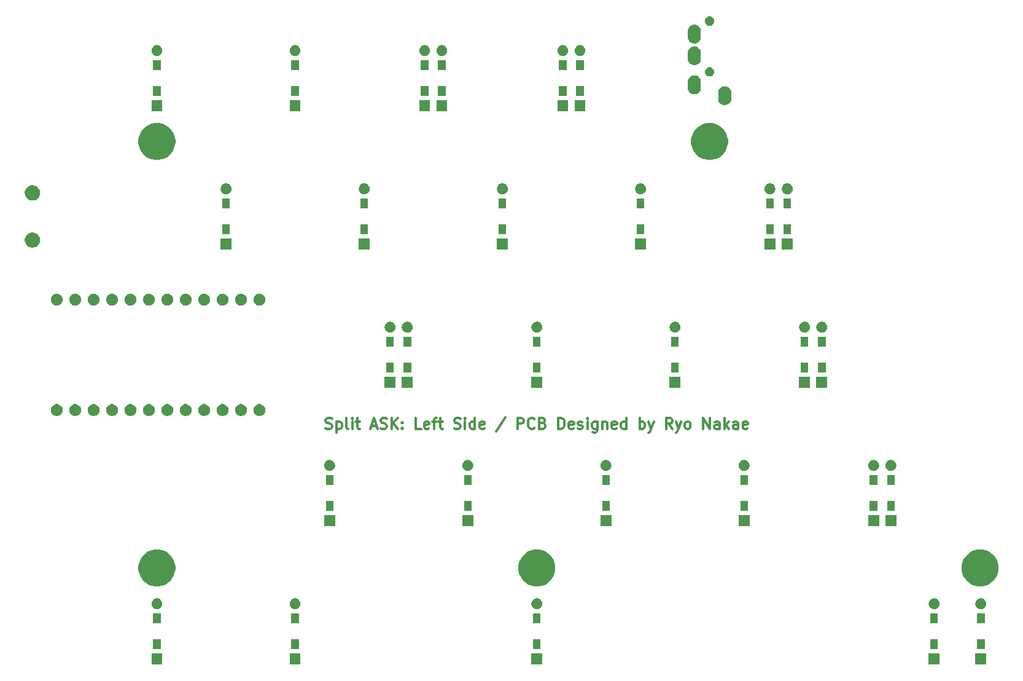
<source format=gbr>
G04 #@! TF.GenerationSoftware,KiCad,Pcbnew,(5.1.2-1)-1*
G04 #@! TF.CreationDate,2019-08-02T10:30:20+09:00*
G04 #@! TF.ProjectId,split-ask_left,73706c69-742d-4617-936b-5f6c6566742e,rev?*
G04 #@! TF.SameCoordinates,Original*
G04 #@! TF.FileFunction,Soldermask,Top*
G04 #@! TF.FilePolarity,Negative*
%FSLAX46Y46*%
G04 Gerber Fmt 4.6, Leading zero omitted, Abs format (unit mm)*
G04 Created by KiCad (PCBNEW (5.1.2-1)-1) date 2019-08-02 10:30:20*
%MOMM*%
%LPD*%
G04 APERTURE LIST*
%ADD10C,0.300000*%
%ADD11C,0.100000*%
G04 APERTURE END LIST*
D10*
X66142857Y-81569642D02*
X66357142Y-81641071D01*
X66714285Y-81641071D01*
X66857142Y-81569642D01*
X66928571Y-81498214D01*
X67000000Y-81355357D01*
X67000000Y-81212500D01*
X66928571Y-81069642D01*
X66857142Y-80998214D01*
X66714285Y-80926785D01*
X66428571Y-80855357D01*
X66285714Y-80783928D01*
X66214285Y-80712500D01*
X66142857Y-80569642D01*
X66142857Y-80426785D01*
X66214285Y-80283928D01*
X66285714Y-80212500D01*
X66428571Y-80141071D01*
X66785714Y-80141071D01*
X67000000Y-80212500D01*
X67642857Y-80641071D02*
X67642857Y-82141071D01*
X67642857Y-80712500D02*
X67785714Y-80641071D01*
X68071428Y-80641071D01*
X68214285Y-80712500D01*
X68285714Y-80783928D01*
X68357142Y-80926785D01*
X68357142Y-81355357D01*
X68285714Y-81498214D01*
X68214285Y-81569642D01*
X68071428Y-81641071D01*
X67785714Y-81641071D01*
X67642857Y-81569642D01*
X69214285Y-81641071D02*
X69071428Y-81569642D01*
X69000000Y-81426785D01*
X69000000Y-80141071D01*
X69785714Y-81641071D02*
X69785714Y-80641071D01*
X69785714Y-80141071D02*
X69714285Y-80212500D01*
X69785714Y-80283928D01*
X69857142Y-80212500D01*
X69785714Y-80141071D01*
X69785714Y-80283928D01*
X70285714Y-80641071D02*
X70857142Y-80641071D01*
X70500000Y-80141071D02*
X70500000Y-81426785D01*
X70571428Y-81569642D01*
X70714285Y-81641071D01*
X70857142Y-81641071D01*
X72428571Y-81212500D02*
X73142857Y-81212500D01*
X72285714Y-81641071D02*
X72785714Y-80141071D01*
X73285714Y-81641071D01*
X73714285Y-81569642D02*
X73928571Y-81641071D01*
X74285714Y-81641071D01*
X74428571Y-81569642D01*
X74500000Y-81498214D01*
X74571428Y-81355357D01*
X74571428Y-81212500D01*
X74500000Y-81069642D01*
X74428571Y-80998214D01*
X74285714Y-80926785D01*
X74000000Y-80855357D01*
X73857142Y-80783928D01*
X73785714Y-80712500D01*
X73714285Y-80569642D01*
X73714285Y-80426785D01*
X73785714Y-80283928D01*
X73857142Y-80212500D01*
X74000000Y-80141071D01*
X74357142Y-80141071D01*
X74571428Y-80212500D01*
X75214285Y-81641071D02*
X75214285Y-80141071D01*
X76071428Y-81641071D02*
X75428571Y-80783928D01*
X76071428Y-80141071D02*
X75214285Y-80998214D01*
X76714285Y-81498214D02*
X76785714Y-81569642D01*
X76714285Y-81641071D01*
X76642857Y-81569642D01*
X76714285Y-81498214D01*
X76714285Y-81641071D01*
X76714285Y-80712500D02*
X76785714Y-80783928D01*
X76714285Y-80855357D01*
X76642857Y-80783928D01*
X76714285Y-80712500D01*
X76714285Y-80855357D01*
X79285714Y-81641071D02*
X78571428Y-81641071D01*
X78571428Y-80141071D01*
X80357142Y-81569642D02*
X80214285Y-81641071D01*
X79928571Y-81641071D01*
X79785714Y-81569642D01*
X79714285Y-81426785D01*
X79714285Y-80855357D01*
X79785714Y-80712500D01*
X79928571Y-80641071D01*
X80214285Y-80641071D01*
X80357142Y-80712500D01*
X80428571Y-80855357D01*
X80428571Y-80998214D01*
X79714285Y-81141071D01*
X80857142Y-80641071D02*
X81428571Y-80641071D01*
X81071428Y-81641071D02*
X81071428Y-80355357D01*
X81142857Y-80212500D01*
X81285714Y-80141071D01*
X81428571Y-80141071D01*
X81714285Y-80641071D02*
X82285714Y-80641071D01*
X81928571Y-80141071D02*
X81928571Y-81426785D01*
X82000000Y-81569642D01*
X82142857Y-81641071D01*
X82285714Y-81641071D01*
X83857142Y-81569642D02*
X84071428Y-81641071D01*
X84428571Y-81641071D01*
X84571428Y-81569642D01*
X84642857Y-81498214D01*
X84714285Y-81355357D01*
X84714285Y-81212500D01*
X84642857Y-81069642D01*
X84571428Y-80998214D01*
X84428571Y-80926785D01*
X84142857Y-80855357D01*
X84000000Y-80783928D01*
X83928571Y-80712500D01*
X83857142Y-80569642D01*
X83857142Y-80426785D01*
X83928571Y-80283928D01*
X84000000Y-80212500D01*
X84142857Y-80141071D01*
X84500000Y-80141071D01*
X84714285Y-80212500D01*
X85357142Y-81641071D02*
X85357142Y-80641071D01*
X85357142Y-80141071D02*
X85285714Y-80212500D01*
X85357142Y-80283928D01*
X85428571Y-80212500D01*
X85357142Y-80141071D01*
X85357142Y-80283928D01*
X86714285Y-81641071D02*
X86714285Y-80141071D01*
X86714285Y-81569642D02*
X86571428Y-81641071D01*
X86285714Y-81641071D01*
X86142857Y-81569642D01*
X86071428Y-81498214D01*
X86000000Y-81355357D01*
X86000000Y-80926785D01*
X86071428Y-80783928D01*
X86142857Y-80712500D01*
X86285714Y-80641071D01*
X86571428Y-80641071D01*
X86714285Y-80712500D01*
X88000000Y-81569642D02*
X87857142Y-81641071D01*
X87571428Y-81641071D01*
X87428571Y-81569642D01*
X87357142Y-81426785D01*
X87357142Y-80855357D01*
X87428571Y-80712500D01*
X87571428Y-80641071D01*
X87857142Y-80641071D01*
X88000000Y-80712500D01*
X88071428Y-80855357D01*
X88071428Y-80998214D01*
X87357142Y-81141071D01*
X90928571Y-80069642D02*
X89642857Y-81998214D01*
X92571428Y-81641071D02*
X92571428Y-80141071D01*
X93142857Y-80141071D01*
X93285714Y-80212500D01*
X93357142Y-80283928D01*
X93428571Y-80426785D01*
X93428571Y-80641071D01*
X93357142Y-80783928D01*
X93285714Y-80855357D01*
X93142857Y-80926785D01*
X92571428Y-80926785D01*
X94928571Y-81498214D02*
X94857142Y-81569642D01*
X94642857Y-81641071D01*
X94500000Y-81641071D01*
X94285714Y-81569642D01*
X94142857Y-81426785D01*
X94071428Y-81283928D01*
X94000000Y-80998214D01*
X94000000Y-80783928D01*
X94071428Y-80498214D01*
X94142857Y-80355357D01*
X94285714Y-80212500D01*
X94500000Y-80141071D01*
X94642857Y-80141071D01*
X94857142Y-80212500D01*
X94928571Y-80283928D01*
X96071428Y-80855357D02*
X96285714Y-80926785D01*
X96357142Y-80998214D01*
X96428571Y-81141071D01*
X96428571Y-81355357D01*
X96357142Y-81498214D01*
X96285714Y-81569642D01*
X96142857Y-81641071D01*
X95571428Y-81641071D01*
X95571428Y-80141071D01*
X96071428Y-80141071D01*
X96214285Y-80212500D01*
X96285714Y-80283928D01*
X96357142Y-80426785D01*
X96357142Y-80569642D01*
X96285714Y-80712500D01*
X96214285Y-80783928D01*
X96071428Y-80855357D01*
X95571428Y-80855357D01*
X98214285Y-81641071D02*
X98214285Y-80141071D01*
X98571428Y-80141071D01*
X98785714Y-80212500D01*
X98928571Y-80355357D01*
X99000000Y-80498214D01*
X99071428Y-80783928D01*
X99071428Y-80998214D01*
X99000000Y-81283928D01*
X98928571Y-81426785D01*
X98785714Y-81569642D01*
X98571428Y-81641071D01*
X98214285Y-81641071D01*
X100285714Y-81569642D02*
X100142857Y-81641071D01*
X99857142Y-81641071D01*
X99714285Y-81569642D01*
X99642857Y-81426785D01*
X99642857Y-80855357D01*
X99714285Y-80712500D01*
X99857142Y-80641071D01*
X100142857Y-80641071D01*
X100285714Y-80712500D01*
X100357142Y-80855357D01*
X100357142Y-80998214D01*
X99642857Y-81141071D01*
X100928571Y-81569642D02*
X101071428Y-81641071D01*
X101357142Y-81641071D01*
X101500000Y-81569642D01*
X101571428Y-81426785D01*
X101571428Y-81355357D01*
X101500000Y-81212500D01*
X101357142Y-81141071D01*
X101142857Y-81141071D01*
X101000000Y-81069642D01*
X100928571Y-80926785D01*
X100928571Y-80855357D01*
X101000000Y-80712500D01*
X101142857Y-80641071D01*
X101357142Y-80641071D01*
X101500000Y-80712500D01*
X102214285Y-81641071D02*
X102214285Y-80641071D01*
X102214285Y-80141071D02*
X102142857Y-80212500D01*
X102214285Y-80283928D01*
X102285714Y-80212500D01*
X102214285Y-80141071D01*
X102214285Y-80283928D01*
X103571428Y-80641071D02*
X103571428Y-81855357D01*
X103500000Y-81998214D01*
X103428571Y-82069642D01*
X103285714Y-82141071D01*
X103071428Y-82141071D01*
X102928571Y-82069642D01*
X103571428Y-81569642D02*
X103428571Y-81641071D01*
X103142857Y-81641071D01*
X103000000Y-81569642D01*
X102928571Y-81498214D01*
X102857142Y-81355357D01*
X102857142Y-80926785D01*
X102928571Y-80783928D01*
X103000000Y-80712500D01*
X103142857Y-80641071D01*
X103428571Y-80641071D01*
X103571428Y-80712500D01*
X104285714Y-80641071D02*
X104285714Y-81641071D01*
X104285714Y-80783928D02*
X104357142Y-80712500D01*
X104500000Y-80641071D01*
X104714285Y-80641071D01*
X104857142Y-80712500D01*
X104928571Y-80855357D01*
X104928571Y-81641071D01*
X106214285Y-81569642D02*
X106071428Y-81641071D01*
X105785714Y-81641071D01*
X105642857Y-81569642D01*
X105571428Y-81426785D01*
X105571428Y-80855357D01*
X105642857Y-80712500D01*
X105785714Y-80641071D01*
X106071428Y-80641071D01*
X106214285Y-80712500D01*
X106285714Y-80855357D01*
X106285714Y-80998214D01*
X105571428Y-81141071D01*
X107571428Y-81641071D02*
X107571428Y-80141071D01*
X107571428Y-81569642D02*
X107428571Y-81641071D01*
X107142857Y-81641071D01*
X107000000Y-81569642D01*
X106928571Y-81498214D01*
X106857142Y-81355357D01*
X106857142Y-80926785D01*
X106928571Y-80783928D01*
X107000000Y-80712500D01*
X107142857Y-80641071D01*
X107428571Y-80641071D01*
X107571428Y-80712500D01*
X109428571Y-81641071D02*
X109428571Y-80141071D01*
X109428571Y-80712500D02*
X109571428Y-80641071D01*
X109857142Y-80641071D01*
X110000000Y-80712500D01*
X110071428Y-80783928D01*
X110142857Y-80926785D01*
X110142857Y-81355357D01*
X110071428Y-81498214D01*
X110000000Y-81569642D01*
X109857142Y-81641071D01*
X109571428Y-81641071D01*
X109428571Y-81569642D01*
X110642857Y-80641071D02*
X111000000Y-81641071D01*
X111357142Y-80641071D02*
X111000000Y-81641071D01*
X110857142Y-81998214D01*
X110785714Y-82069642D01*
X110642857Y-82141071D01*
X113928571Y-81641071D02*
X113428571Y-80926785D01*
X113071428Y-81641071D02*
X113071428Y-80141071D01*
X113642857Y-80141071D01*
X113785714Y-80212500D01*
X113857142Y-80283928D01*
X113928571Y-80426785D01*
X113928571Y-80641071D01*
X113857142Y-80783928D01*
X113785714Y-80855357D01*
X113642857Y-80926785D01*
X113071428Y-80926785D01*
X114428571Y-80641071D02*
X114785714Y-81641071D01*
X115142857Y-80641071D02*
X114785714Y-81641071D01*
X114642857Y-81998214D01*
X114571428Y-82069642D01*
X114428571Y-82141071D01*
X115928571Y-81641071D02*
X115785714Y-81569642D01*
X115714285Y-81498214D01*
X115642857Y-81355357D01*
X115642857Y-80926785D01*
X115714285Y-80783928D01*
X115785714Y-80712500D01*
X115928571Y-80641071D01*
X116142857Y-80641071D01*
X116285714Y-80712500D01*
X116357142Y-80783928D01*
X116428571Y-80926785D01*
X116428571Y-81355357D01*
X116357142Y-81498214D01*
X116285714Y-81569642D01*
X116142857Y-81641071D01*
X115928571Y-81641071D01*
X118214285Y-81641071D02*
X118214285Y-80141071D01*
X119071428Y-81641071D01*
X119071428Y-80141071D01*
X120428571Y-81641071D02*
X120428571Y-80855357D01*
X120357142Y-80712500D01*
X120214285Y-80641071D01*
X119928571Y-80641071D01*
X119785714Y-80712500D01*
X120428571Y-81569642D02*
X120285714Y-81641071D01*
X119928571Y-81641071D01*
X119785714Y-81569642D01*
X119714285Y-81426785D01*
X119714285Y-81283928D01*
X119785714Y-81141071D01*
X119928571Y-81069642D01*
X120285714Y-81069642D01*
X120428571Y-80998214D01*
X121142857Y-81641071D02*
X121142857Y-80141071D01*
X121285714Y-81069642D02*
X121714285Y-81641071D01*
X121714285Y-80641071D02*
X121142857Y-81212500D01*
X123000000Y-81641071D02*
X123000000Y-80855357D01*
X122928571Y-80712500D01*
X122785714Y-80641071D01*
X122500000Y-80641071D01*
X122357142Y-80712500D01*
X123000000Y-81569642D02*
X122857142Y-81641071D01*
X122500000Y-81641071D01*
X122357142Y-81569642D01*
X122285714Y-81426785D01*
X122285714Y-81283928D01*
X122357142Y-81141071D01*
X122500000Y-81069642D01*
X122857142Y-81069642D01*
X123000000Y-80998214D01*
X124285714Y-81569642D02*
X124142857Y-81641071D01*
X123857142Y-81641071D01*
X123714285Y-81569642D01*
X123642857Y-81426785D01*
X123642857Y-80855357D01*
X123714285Y-80712500D01*
X123857142Y-80641071D01*
X124142857Y-80641071D01*
X124285714Y-80712500D01*
X124357142Y-80855357D01*
X124357142Y-80998214D01*
X123642857Y-81141071D01*
D11*
G36*
X157219500Y-114097500D02*
G01*
X155720500Y-114097500D01*
X155720500Y-112598500D01*
X157219500Y-112598500D01*
X157219500Y-114097500D01*
X157219500Y-114097500D01*
G37*
G36*
X150768500Y-114097500D02*
G01*
X149269500Y-114097500D01*
X149269500Y-112598500D01*
X150768500Y-112598500D01*
X150768500Y-114097500D01*
X150768500Y-114097500D01*
G37*
G36*
X95999500Y-114097500D02*
G01*
X94500500Y-114097500D01*
X94500500Y-112598500D01*
X95999500Y-112598500D01*
X95999500Y-114097500D01*
X95999500Y-114097500D01*
G37*
G36*
X62662000Y-114097500D02*
G01*
X61163000Y-114097500D01*
X61163000Y-112598500D01*
X62662000Y-112598500D01*
X62662000Y-114097500D01*
X62662000Y-114097500D01*
G37*
G36*
X43612000Y-114097500D02*
G01*
X42113000Y-114097500D01*
X42113000Y-112598500D01*
X43612000Y-112598500D01*
X43612000Y-114097500D01*
X43612000Y-114097500D01*
G37*
G36*
X156996000Y-112014000D02*
G01*
X155944000Y-112014000D01*
X155944000Y-110612000D01*
X156996000Y-110612000D01*
X156996000Y-112014000D01*
X156996000Y-112014000D01*
G37*
G36*
X150545000Y-112014000D02*
G01*
X149493000Y-112014000D01*
X149493000Y-110612000D01*
X150545000Y-110612000D01*
X150545000Y-112014000D01*
X150545000Y-112014000D01*
G37*
G36*
X95776000Y-112014000D02*
G01*
X94724000Y-112014000D01*
X94724000Y-110612000D01*
X95776000Y-110612000D01*
X95776000Y-112014000D01*
X95776000Y-112014000D01*
G37*
G36*
X62438500Y-112014000D02*
G01*
X61386500Y-112014000D01*
X61386500Y-110612000D01*
X62438500Y-110612000D01*
X62438500Y-112014000D01*
X62438500Y-112014000D01*
G37*
G36*
X43388500Y-112014000D02*
G01*
X42336500Y-112014000D01*
X42336500Y-110612000D01*
X43388500Y-110612000D01*
X43388500Y-112014000D01*
X43388500Y-112014000D01*
G37*
G36*
X150545000Y-108464000D02*
G01*
X149493000Y-108464000D01*
X149493000Y-107062000D01*
X150545000Y-107062000D01*
X150545000Y-108464000D01*
X150545000Y-108464000D01*
G37*
G36*
X156996000Y-108464000D02*
G01*
X155944000Y-108464000D01*
X155944000Y-107062000D01*
X156996000Y-107062000D01*
X156996000Y-108464000D01*
X156996000Y-108464000D01*
G37*
G36*
X95776000Y-108464000D02*
G01*
X94724000Y-108464000D01*
X94724000Y-107062000D01*
X95776000Y-107062000D01*
X95776000Y-108464000D01*
X95776000Y-108464000D01*
G37*
G36*
X62438500Y-108464000D02*
G01*
X61386500Y-108464000D01*
X61386500Y-107062000D01*
X62438500Y-107062000D01*
X62438500Y-108464000D01*
X62438500Y-108464000D01*
G37*
G36*
X43388500Y-108464000D02*
G01*
X42336500Y-108464000D01*
X42336500Y-107062000D01*
X43388500Y-107062000D01*
X43388500Y-108464000D01*
X43388500Y-108464000D01*
G37*
G36*
X150113425Y-104982599D02*
G01*
X150237621Y-105007302D01*
X150374022Y-105063801D01*
X150496779Y-105145825D01*
X150601175Y-105250221D01*
X150683199Y-105372978D01*
X150739698Y-105509379D01*
X150768500Y-105654181D01*
X150768500Y-105801819D01*
X150739698Y-105946621D01*
X150683199Y-106083022D01*
X150601175Y-106205779D01*
X150496779Y-106310175D01*
X150374022Y-106392199D01*
X150237621Y-106448698D01*
X150113425Y-106473401D01*
X150092820Y-106477500D01*
X149945180Y-106477500D01*
X149924575Y-106473401D01*
X149800379Y-106448698D01*
X149663978Y-106392199D01*
X149541221Y-106310175D01*
X149436825Y-106205779D01*
X149354801Y-106083022D01*
X149298302Y-105946621D01*
X149269500Y-105801819D01*
X149269500Y-105654181D01*
X149298302Y-105509379D01*
X149354801Y-105372978D01*
X149436825Y-105250221D01*
X149541221Y-105145825D01*
X149663978Y-105063801D01*
X149800379Y-105007302D01*
X149924575Y-104982599D01*
X149945180Y-104978500D01*
X150092820Y-104978500D01*
X150113425Y-104982599D01*
X150113425Y-104982599D01*
G37*
G36*
X156564425Y-104982599D02*
G01*
X156688621Y-105007302D01*
X156825022Y-105063801D01*
X156947779Y-105145825D01*
X157052175Y-105250221D01*
X157134199Y-105372978D01*
X157190698Y-105509379D01*
X157219500Y-105654181D01*
X157219500Y-105801819D01*
X157190698Y-105946621D01*
X157134199Y-106083022D01*
X157052175Y-106205779D01*
X156947779Y-106310175D01*
X156825022Y-106392199D01*
X156688621Y-106448698D01*
X156564425Y-106473401D01*
X156543820Y-106477500D01*
X156396180Y-106477500D01*
X156375575Y-106473401D01*
X156251379Y-106448698D01*
X156114978Y-106392199D01*
X155992221Y-106310175D01*
X155887825Y-106205779D01*
X155805801Y-106083022D01*
X155749302Y-105946621D01*
X155720500Y-105801819D01*
X155720500Y-105654181D01*
X155749302Y-105509379D01*
X155805801Y-105372978D01*
X155887825Y-105250221D01*
X155992221Y-105145825D01*
X156114978Y-105063801D01*
X156251379Y-105007302D01*
X156375575Y-104982599D01*
X156396180Y-104978500D01*
X156543820Y-104978500D01*
X156564425Y-104982599D01*
X156564425Y-104982599D01*
G37*
G36*
X95344425Y-104982599D02*
G01*
X95468621Y-105007302D01*
X95605022Y-105063801D01*
X95727779Y-105145825D01*
X95832175Y-105250221D01*
X95914199Y-105372978D01*
X95970698Y-105509379D01*
X95999500Y-105654181D01*
X95999500Y-105801819D01*
X95970698Y-105946621D01*
X95914199Y-106083022D01*
X95832175Y-106205779D01*
X95727779Y-106310175D01*
X95605022Y-106392199D01*
X95468621Y-106448698D01*
X95344425Y-106473401D01*
X95323820Y-106477500D01*
X95176180Y-106477500D01*
X95155575Y-106473401D01*
X95031379Y-106448698D01*
X94894978Y-106392199D01*
X94772221Y-106310175D01*
X94667825Y-106205779D01*
X94585801Y-106083022D01*
X94529302Y-105946621D01*
X94500500Y-105801819D01*
X94500500Y-105654181D01*
X94529302Y-105509379D01*
X94585801Y-105372978D01*
X94667825Y-105250221D01*
X94772221Y-105145825D01*
X94894978Y-105063801D01*
X95031379Y-105007302D01*
X95155575Y-104982599D01*
X95176180Y-104978500D01*
X95323820Y-104978500D01*
X95344425Y-104982599D01*
X95344425Y-104982599D01*
G37*
G36*
X62006925Y-104982599D02*
G01*
X62131121Y-105007302D01*
X62267522Y-105063801D01*
X62390279Y-105145825D01*
X62494675Y-105250221D01*
X62576699Y-105372978D01*
X62633198Y-105509379D01*
X62662000Y-105654181D01*
X62662000Y-105801819D01*
X62633198Y-105946621D01*
X62576699Y-106083022D01*
X62494675Y-106205779D01*
X62390279Y-106310175D01*
X62267522Y-106392199D01*
X62131121Y-106448698D01*
X62006925Y-106473401D01*
X61986320Y-106477500D01*
X61838680Y-106477500D01*
X61818075Y-106473401D01*
X61693879Y-106448698D01*
X61557478Y-106392199D01*
X61434721Y-106310175D01*
X61330325Y-106205779D01*
X61248301Y-106083022D01*
X61191802Y-105946621D01*
X61163000Y-105801819D01*
X61163000Y-105654181D01*
X61191802Y-105509379D01*
X61248301Y-105372978D01*
X61330325Y-105250221D01*
X61434721Y-105145825D01*
X61557478Y-105063801D01*
X61693879Y-105007302D01*
X61818075Y-104982599D01*
X61838680Y-104978500D01*
X61986320Y-104978500D01*
X62006925Y-104982599D01*
X62006925Y-104982599D01*
G37*
G36*
X42956925Y-104982599D02*
G01*
X43081121Y-105007302D01*
X43217522Y-105063801D01*
X43340279Y-105145825D01*
X43444675Y-105250221D01*
X43526699Y-105372978D01*
X43583198Y-105509379D01*
X43612000Y-105654181D01*
X43612000Y-105801819D01*
X43583198Y-105946621D01*
X43526699Y-106083022D01*
X43444675Y-106205779D01*
X43340279Y-106310175D01*
X43217522Y-106392199D01*
X43081121Y-106448698D01*
X42956925Y-106473401D01*
X42936320Y-106477500D01*
X42788680Y-106477500D01*
X42768075Y-106473401D01*
X42643879Y-106448698D01*
X42507478Y-106392199D01*
X42384721Y-106310175D01*
X42280325Y-106205779D01*
X42198301Y-106083022D01*
X42141802Y-105946621D01*
X42113000Y-105801819D01*
X42113000Y-105654181D01*
X42141802Y-105509379D01*
X42198301Y-105372978D01*
X42280325Y-105250221D01*
X42384721Y-105145825D01*
X42507478Y-105063801D01*
X42643879Y-105007302D01*
X42768075Y-104982599D01*
X42788680Y-104978500D01*
X42936320Y-104978500D01*
X42956925Y-104982599D01*
X42956925Y-104982599D01*
G37*
G36*
X95994098Y-98353033D02*
G01*
X96458350Y-98545332D01*
X96458352Y-98545333D01*
X96876168Y-98824509D01*
X97231491Y-99179832D01*
X97510667Y-99597648D01*
X97510668Y-99597650D01*
X97702967Y-100061902D01*
X97801000Y-100554747D01*
X97801000Y-101057253D01*
X97702967Y-101550098D01*
X97510668Y-102014350D01*
X97510667Y-102014352D01*
X97231491Y-102432168D01*
X96876168Y-102787491D01*
X96458352Y-103066667D01*
X96458351Y-103066668D01*
X96458350Y-103066668D01*
X95994098Y-103258967D01*
X95501253Y-103357000D01*
X94998747Y-103357000D01*
X94505902Y-103258967D01*
X94041650Y-103066668D01*
X94041649Y-103066668D01*
X94041648Y-103066667D01*
X93623832Y-102787491D01*
X93268509Y-102432168D01*
X92989333Y-102014352D01*
X92989332Y-102014350D01*
X92797033Y-101550098D01*
X92699000Y-101057253D01*
X92699000Y-100554747D01*
X92797033Y-100061902D01*
X92989332Y-99597650D01*
X92989333Y-99597648D01*
X93268509Y-99179832D01*
X93623832Y-98824509D01*
X94041648Y-98545333D01*
X94041650Y-98545332D01*
X94505902Y-98353033D01*
X94998747Y-98255000D01*
X95501253Y-98255000D01*
X95994098Y-98353033D01*
X95994098Y-98353033D01*
G37*
G36*
X157113098Y-98353033D02*
G01*
X157577350Y-98545332D01*
X157577352Y-98545333D01*
X157995168Y-98824509D01*
X158350491Y-99179832D01*
X158629667Y-99597648D01*
X158629668Y-99597650D01*
X158821967Y-100061902D01*
X158920000Y-100554747D01*
X158920000Y-101057253D01*
X158821967Y-101550098D01*
X158629668Y-102014350D01*
X158629667Y-102014352D01*
X158350491Y-102432168D01*
X157995168Y-102787491D01*
X157577352Y-103066667D01*
X157577351Y-103066668D01*
X157577350Y-103066668D01*
X157113098Y-103258967D01*
X156620253Y-103357000D01*
X156117747Y-103357000D01*
X155624902Y-103258967D01*
X155160650Y-103066668D01*
X155160649Y-103066668D01*
X155160648Y-103066667D01*
X154742832Y-102787491D01*
X154387509Y-102432168D01*
X154108333Y-102014352D01*
X154108332Y-102014350D01*
X153916033Y-101550098D01*
X153818000Y-101057253D01*
X153818000Y-100554747D01*
X153916033Y-100061902D01*
X154108332Y-99597650D01*
X154108333Y-99597648D01*
X154387509Y-99179832D01*
X154742832Y-98824509D01*
X155160648Y-98545333D01*
X155160650Y-98545332D01*
X155624902Y-98353033D01*
X156117747Y-98255000D01*
X156620253Y-98255000D01*
X157113098Y-98353033D01*
X157113098Y-98353033D01*
G37*
G36*
X43606598Y-98353033D02*
G01*
X44070850Y-98545332D01*
X44070852Y-98545333D01*
X44488668Y-98824509D01*
X44843991Y-99179832D01*
X45123167Y-99597648D01*
X45123168Y-99597650D01*
X45315467Y-100061902D01*
X45413500Y-100554747D01*
X45413500Y-101057253D01*
X45315467Y-101550098D01*
X45123168Y-102014350D01*
X45123167Y-102014352D01*
X44843991Y-102432168D01*
X44488668Y-102787491D01*
X44070852Y-103066667D01*
X44070851Y-103066668D01*
X44070850Y-103066668D01*
X43606598Y-103258967D01*
X43113753Y-103357000D01*
X42611247Y-103357000D01*
X42118402Y-103258967D01*
X41654150Y-103066668D01*
X41654149Y-103066668D01*
X41654148Y-103066667D01*
X41236332Y-102787491D01*
X40881009Y-102432168D01*
X40601833Y-102014352D01*
X40601832Y-102014350D01*
X40409533Y-101550098D01*
X40311500Y-101057253D01*
X40311500Y-100554747D01*
X40409533Y-100061902D01*
X40601832Y-99597650D01*
X40601833Y-99597648D01*
X40881009Y-99179832D01*
X41236332Y-98824509D01*
X41654148Y-98545333D01*
X41654150Y-98545332D01*
X42118402Y-98353033D01*
X42611247Y-98255000D01*
X43113753Y-98255000D01*
X43606598Y-98353033D01*
X43606598Y-98353033D01*
G37*
G36*
X144815500Y-95047000D02*
G01*
X143316500Y-95047000D01*
X143316500Y-93548000D01*
X144815500Y-93548000D01*
X144815500Y-95047000D01*
X144815500Y-95047000D01*
G37*
G36*
X105524500Y-95047000D02*
G01*
X104025500Y-95047000D01*
X104025500Y-93548000D01*
X105524500Y-93548000D01*
X105524500Y-95047000D01*
X105524500Y-95047000D01*
G37*
G36*
X142433500Y-95047000D02*
G01*
X140934500Y-95047000D01*
X140934500Y-93548000D01*
X142433500Y-93548000D01*
X142433500Y-95047000D01*
X142433500Y-95047000D01*
G37*
G36*
X124574500Y-95047000D02*
G01*
X123075500Y-95047000D01*
X123075500Y-93548000D01*
X124574500Y-93548000D01*
X124574500Y-95047000D01*
X124574500Y-95047000D01*
G37*
G36*
X86474500Y-95047000D02*
G01*
X84975500Y-95047000D01*
X84975500Y-93548000D01*
X86474500Y-93548000D01*
X86474500Y-95047000D01*
X86474500Y-95047000D01*
G37*
G36*
X67424500Y-95047000D02*
G01*
X65925500Y-95047000D01*
X65925500Y-93548000D01*
X67424500Y-93548000D01*
X67424500Y-95047000D01*
X67424500Y-95047000D01*
G37*
G36*
X105301000Y-92963500D02*
G01*
X104249000Y-92963500D01*
X104249000Y-91561500D01*
X105301000Y-91561500D01*
X105301000Y-92963500D01*
X105301000Y-92963500D01*
G37*
G36*
X144592000Y-92963500D02*
G01*
X143540000Y-92963500D01*
X143540000Y-91561500D01*
X144592000Y-91561500D01*
X144592000Y-92963500D01*
X144592000Y-92963500D01*
G37*
G36*
X142210000Y-92963500D02*
G01*
X141158000Y-92963500D01*
X141158000Y-91561500D01*
X142210000Y-91561500D01*
X142210000Y-92963500D01*
X142210000Y-92963500D01*
G37*
G36*
X124351000Y-92963500D02*
G01*
X123299000Y-92963500D01*
X123299000Y-91561500D01*
X124351000Y-91561500D01*
X124351000Y-92963500D01*
X124351000Y-92963500D01*
G37*
G36*
X86251000Y-92963500D02*
G01*
X85199000Y-92963500D01*
X85199000Y-91561500D01*
X86251000Y-91561500D01*
X86251000Y-92963500D01*
X86251000Y-92963500D01*
G37*
G36*
X67201000Y-92963500D02*
G01*
X66149000Y-92963500D01*
X66149000Y-91561500D01*
X67201000Y-91561500D01*
X67201000Y-92963500D01*
X67201000Y-92963500D01*
G37*
G36*
X67201000Y-89413500D02*
G01*
X66149000Y-89413500D01*
X66149000Y-88011500D01*
X67201000Y-88011500D01*
X67201000Y-89413500D01*
X67201000Y-89413500D01*
G37*
G36*
X86251000Y-89413500D02*
G01*
X85199000Y-89413500D01*
X85199000Y-88011500D01*
X86251000Y-88011500D01*
X86251000Y-89413500D01*
X86251000Y-89413500D01*
G37*
G36*
X144592000Y-89413500D02*
G01*
X143540000Y-89413500D01*
X143540000Y-88011500D01*
X144592000Y-88011500D01*
X144592000Y-89413500D01*
X144592000Y-89413500D01*
G37*
G36*
X142210000Y-89413500D02*
G01*
X141158000Y-89413500D01*
X141158000Y-88011500D01*
X142210000Y-88011500D01*
X142210000Y-89413500D01*
X142210000Y-89413500D01*
G37*
G36*
X124351000Y-89413500D02*
G01*
X123299000Y-89413500D01*
X123299000Y-88011500D01*
X124351000Y-88011500D01*
X124351000Y-89413500D01*
X124351000Y-89413500D01*
G37*
G36*
X105301000Y-89413500D02*
G01*
X104249000Y-89413500D01*
X104249000Y-88011500D01*
X105301000Y-88011500D01*
X105301000Y-89413500D01*
X105301000Y-89413500D01*
G37*
G36*
X104869425Y-85932099D02*
G01*
X104993621Y-85956802D01*
X105130022Y-86013301D01*
X105252779Y-86095325D01*
X105357175Y-86199721D01*
X105439199Y-86322478D01*
X105495698Y-86458879D01*
X105524500Y-86603681D01*
X105524500Y-86751319D01*
X105495698Y-86896121D01*
X105439199Y-87032522D01*
X105357175Y-87155279D01*
X105252779Y-87259675D01*
X105130022Y-87341699D01*
X104993621Y-87398198D01*
X104869425Y-87422901D01*
X104848820Y-87427000D01*
X104701180Y-87427000D01*
X104680575Y-87422901D01*
X104556379Y-87398198D01*
X104419978Y-87341699D01*
X104297221Y-87259675D01*
X104192825Y-87155279D01*
X104110801Y-87032522D01*
X104054302Y-86896121D01*
X104025500Y-86751319D01*
X104025500Y-86603681D01*
X104054302Y-86458879D01*
X104110801Y-86322478D01*
X104192825Y-86199721D01*
X104297221Y-86095325D01*
X104419978Y-86013301D01*
X104556379Y-85956802D01*
X104680575Y-85932099D01*
X104701180Y-85928000D01*
X104848820Y-85928000D01*
X104869425Y-85932099D01*
X104869425Y-85932099D01*
G37*
G36*
X123919425Y-85932099D02*
G01*
X124043621Y-85956802D01*
X124180022Y-86013301D01*
X124302779Y-86095325D01*
X124407175Y-86199721D01*
X124489199Y-86322478D01*
X124545698Y-86458879D01*
X124574500Y-86603681D01*
X124574500Y-86751319D01*
X124545698Y-86896121D01*
X124489199Y-87032522D01*
X124407175Y-87155279D01*
X124302779Y-87259675D01*
X124180022Y-87341699D01*
X124043621Y-87398198D01*
X123919425Y-87422901D01*
X123898820Y-87427000D01*
X123751180Y-87427000D01*
X123730575Y-87422901D01*
X123606379Y-87398198D01*
X123469978Y-87341699D01*
X123347221Y-87259675D01*
X123242825Y-87155279D01*
X123160801Y-87032522D01*
X123104302Y-86896121D01*
X123075500Y-86751319D01*
X123075500Y-86603681D01*
X123104302Y-86458879D01*
X123160801Y-86322478D01*
X123242825Y-86199721D01*
X123347221Y-86095325D01*
X123469978Y-86013301D01*
X123606379Y-85956802D01*
X123730575Y-85932099D01*
X123751180Y-85928000D01*
X123898820Y-85928000D01*
X123919425Y-85932099D01*
X123919425Y-85932099D01*
G37*
G36*
X85819425Y-85932099D02*
G01*
X85943621Y-85956802D01*
X86080022Y-86013301D01*
X86202779Y-86095325D01*
X86307175Y-86199721D01*
X86389199Y-86322478D01*
X86445698Y-86458879D01*
X86474500Y-86603681D01*
X86474500Y-86751319D01*
X86445698Y-86896121D01*
X86389199Y-87032522D01*
X86307175Y-87155279D01*
X86202779Y-87259675D01*
X86080022Y-87341699D01*
X85943621Y-87398198D01*
X85819425Y-87422901D01*
X85798820Y-87427000D01*
X85651180Y-87427000D01*
X85630575Y-87422901D01*
X85506379Y-87398198D01*
X85369978Y-87341699D01*
X85247221Y-87259675D01*
X85142825Y-87155279D01*
X85060801Y-87032522D01*
X85004302Y-86896121D01*
X84975500Y-86751319D01*
X84975500Y-86603681D01*
X85004302Y-86458879D01*
X85060801Y-86322478D01*
X85142825Y-86199721D01*
X85247221Y-86095325D01*
X85369978Y-86013301D01*
X85506379Y-85956802D01*
X85630575Y-85932099D01*
X85651180Y-85928000D01*
X85798820Y-85928000D01*
X85819425Y-85932099D01*
X85819425Y-85932099D01*
G37*
G36*
X141778425Y-85932099D02*
G01*
X141902621Y-85956802D01*
X142039022Y-86013301D01*
X142161779Y-86095325D01*
X142266175Y-86199721D01*
X142348199Y-86322478D01*
X142404698Y-86458879D01*
X142433500Y-86603681D01*
X142433500Y-86751319D01*
X142404698Y-86896121D01*
X142348199Y-87032522D01*
X142266175Y-87155279D01*
X142161779Y-87259675D01*
X142039022Y-87341699D01*
X141902621Y-87398198D01*
X141778425Y-87422901D01*
X141757820Y-87427000D01*
X141610180Y-87427000D01*
X141589575Y-87422901D01*
X141465379Y-87398198D01*
X141328978Y-87341699D01*
X141206221Y-87259675D01*
X141101825Y-87155279D01*
X141019801Y-87032522D01*
X140963302Y-86896121D01*
X140934500Y-86751319D01*
X140934500Y-86603681D01*
X140963302Y-86458879D01*
X141019801Y-86322478D01*
X141101825Y-86199721D01*
X141206221Y-86095325D01*
X141328978Y-86013301D01*
X141465379Y-85956802D01*
X141589575Y-85932099D01*
X141610180Y-85928000D01*
X141757820Y-85928000D01*
X141778425Y-85932099D01*
X141778425Y-85932099D01*
G37*
G36*
X66769425Y-85932099D02*
G01*
X66893621Y-85956802D01*
X67030022Y-86013301D01*
X67152779Y-86095325D01*
X67257175Y-86199721D01*
X67339199Y-86322478D01*
X67395698Y-86458879D01*
X67424500Y-86603681D01*
X67424500Y-86751319D01*
X67395698Y-86896121D01*
X67339199Y-87032522D01*
X67257175Y-87155279D01*
X67152779Y-87259675D01*
X67030022Y-87341699D01*
X66893621Y-87398198D01*
X66769425Y-87422901D01*
X66748820Y-87427000D01*
X66601180Y-87427000D01*
X66580575Y-87422901D01*
X66456379Y-87398198D01*
X66319978Y-87341699D01*
X66197221Y-87259675D01*
X66092825Y-87155279D01*
X66010801Y-87032522D01*
X65954302Y-86896121D01*
X65925500Y-86751319D01*
X65925500Y-86603681D01*
X65954302Y-86458879D01*
X66010801Y-86322478D01*
X66092825Y-86199721D01*
X66197221Y-86095325D01*
X66319978Y-86013301D01*
X66456379Y-85956802D01*
X66580575Y-85932099D01*
X66601180Y-85928000D01*
X66748820Y-85928000D01*
X66769425Y-85932099D01*
X66769425Y-85932099D01*
G37*
G36*
X144160425Y-85932099D02*
G01*
X144284621Y-85956802D01*
X144421022Y-86013301D01*
X144543779Y-86095325D01*
X144648175Y-86199721D01*
X144730199Y-86322478D01*
X144786698Y-86458879D01*
X144815500Y-86603681D01*
X144815500Y-86751319D01*
X144786698Y-86896121D01*
X144730199Y-87032522D01*
X144648175Y-87155279D01*
X144543779Y-87259675D01*
X144421022Y-87341699D01*
X144284621Y-87398198D01*
X144160425Y-87422901D01*
X144139820Y-87427000D01*
X143992180Y-87427000D01*
X143971575Y-87422901D01*
X143847379Y-87398198D01*
X143710978Y-87341699D01*
X143588221Y-87259675D01*
X143483825Y-87155279D01*
X143401801Y-87032522D01*
X143345302Y-86896121D01*
X143316500Y-86751319D01*
X143316500Y-86603681D01*
X143345302Y-86458879D01*
X143401801Y-86322478D01*
X143483825Y-86199721D01*
X143588221Y-86095325D01*
X143710978Y-86013301D01*
X143847379Y-85956802D01*
X143971575Y-85932099D01*
X143992180Y-85928000D01*
X144139820Y-85928000D01*
X144160425Y-85932099D01*
X144160425Y-85932099D01*
G37*
G36*
X41979142Y-78267142D02*
G01*
X42127101Y-78328429D01*
X42260255Y-78417399D01*
X42373501Y-78530645D01*
X42462471Y-78663799D01*
X42523758Y-78811758D01*
X42555000Y-78968825D01*
X42555000Y-79128975D01*
X42523758Y-79286042D01*
X42462471Y-79434001D01*
X42373501Y-79567155D01*
X42260255Y-79680401D01*
X42127101Y-79769371D01*
X41979142Y-79830658D01*
X41822075Y-79861900D01*
X41661925Y-79861900D01*
X41504858Y-79830658D01*
X41356899Y-79769371D01*
X41223745Y-79680401D01*
X41110499Y-79567155D01*
X41021529Y-79434001D01*
X40960242Y-79286042D01*
X40929000Y-79128975D01*
X40929000Y-78968825D01*
X40960242Y-78811758D01*
X41021529Y-78663799D01*
X41110499Y-78530645D01*
X41223745Y-78417399D01*
X41356899Y-78328429D01*
X41504858Y-78267142D01*
X41661925Y-78235900D01*
X41822075Y-78235900D01*
X41979142Y-78267142D01*
X41979142Y-78267142D01*
G37*
G36*
X39439142Y-78267142D02*
G01*
X39587101Y-78328429D01*
X39720255Y-78417399D01*
X39833501Y-78530645D01*
X39922471Y-78663799D01*
X39983758Y-78811758D01*
X40015000Y-78968825D01*
X40015000Y-79128975D01*
X39983758Y-79286042D01*
X39922471Y-79434001D01*
X39833501Y-79567155D01*
X39720255Y-79680401D01*
X39587101Y-79769371D01*
X39439142Y-79830658D01*
X39282075Y-79861900D01*
X39121925Y-79861900D01*
X38964858Y-79830658D01*
X38816899Y-79769371D01*
X38683745Y-79680401D01*
X38570499Y-79567155D01*
X38481529Y-79434001D01*
X38420242Y-79286042D01*
X38389000Y-79128975D01*
X38389000Y-78968825D01*
X38420242Y-78811758D01*
X38481529Y-78663799D01*
X38570499Y-78530645D01*
X38683745Y-78417399D01*
X38816899Y-78328429D01*
X38964858Y-78267142D01*
X39121925Y-78235900D01*
X39282075Y-78235900D01*
X39439142Y-78267142D01*
X39439142Y-78267142D01*
G37*
G36*
X57219142Y-78267142D02*
G01*
X57367101Y-78328429D01*
X57500255Y-78417399D01*
X57613501Y-78530645D01*
X57702471Y-78663799D01*
X57763758Y-78811758D01*
X57795000Y-78968825D01*
X57795000Y-79128975D01*
X57763758Y-79286042D01*
X57702471Y-79434001D01*
X57613501Y-79567155D01*
X57500255Y-79680401D01*
X57367101Y-79769371D01*
X57219142Y-79830658D01*
X57062075Y-79861900D01*
X56901925Y-79861900D01*
X56744858Y-79830658D01*
X56596899Y-79769371D01*
X56463745Y-79680401D01*
X56350499Y-79567155D01*
X56261529Y-79434001D01*
X56200242Y-79286042D01*
X56169000Y-79128975D01*
X56169000Y-78968825D01*
X56200242Y-78811758D01*
X56261529Y-78663799D01*
X56350499Y-78530645D01*
X56463745Y-78417399D01*
X56596899Y-78328429D01*
X56744858Y-78267142D01*
X56901925Y-78235900D01*
X57062075Y-78235900D01*
X57219142Y-78267142D01*
X57219142Y-78267142D01*
G37*
G36*
X54679142Y-78267142D02*
G01*
X54827101Y-78328429D01*
X54960255Y-78417399D01*
X55073501Y-78530645D01*
X55162471Y-78663799D01*
X55223758Y-78811758D01*
X55255000Y-78968825D01*
X55255000Y-79128975D01*
X55223758Y-79286042D01*
X55162471Y-79434001D01*
X55073501Y-79567155D01*
X54960255Y-79680401D01*
X54827101Y-79769371D01*
X54679142Y-79830658D01*
X54522075Y-79861900D01*
X54361925Y-79861900D01*
X54204858Y-79830658D01*
X54056899Y-79769371D01*
X53923745Y-79680401D01*
X53810499Y-79567155D01*
X53721529Y-79434001D01*
X53660242Y-79286042D01*
X53629000Y-79128975D01*
X53629000Y-78968825D01*
X53660242Y-78811758D01*
X53721529Y-78663799D01*
X53810499Y-78530645D01*
X53923745Y-78417399D01*
X54056899Y-78328429D01*
X54204858Y-78267142D01*
X54361925Y-78235900D01*
X54522075Y-78235900D01*
X54679142Y-78267142D01*
X54679142Y-78267142D01*
G37*
G36*
X52139142Y-78267142D02*
G01*
X52287101Y-78328429D01*
X52420255Y-78417399D01*
X52533501Y-78530645D01*
X52622471Y-78663799D01*
X52683758Y-78811758D01*
X52715000Y-78968825D01*
X52715000Y-79128975D01*
X52683758Y-79286042D01*
X52622471Y-79434001D01*
X52533501Y-79567155D01*
X52420255Y-79680401D01*
X52287101Y-79769371D01*
X52139142Y-79830658D01*
X51982075Y-79861900D01*
X51821925Y-79861900D01*
X51664858Y-79830658D01*
X51516899Y-79769371D01*
X51383745Y-79680401D01*
X51270499Y-79567155D01*
X51181529Y-79434001D01*
X51120242Y-79286042D01*
X51089000Y-79128975D01*
X51089000Y-78968825D01*
X51120242Y-78811758D01*
X51181529Y-78663799D01*
X51270499Y-78530645D01*
X51383745Y-78417399D01*
X51516899Y-78328429D01*
X51664858Y-78267142D01*
X51821925Y-78235900D01*
X51982075Y-78235900D01*
X52139142Y-78267142D01*
X52139142Y-78267142D01*
G37*
G36*
X49599142Y-78267142D02*
G01*
X49747101Y-78328429D01*
X49880255Y-78417399D01*
X49993501Y-78530645D01*
X50082471Y-78663799D01*
X50143758Y-78811758D01*
X50175000Y-78968825D01*
X50175000Y-79128975D01*
X50143758Y-79286042D01*
X50082471Y-79434001D01*
X49993501Y-79567155D01*
X49880255Y-79680401D01*
X49747101Y-79769371D01*
X49599142Y-79830658D01*
X49442075Y-79861900D01*
X49281925Y-79861900D01*
X49124858Y-79830658D01*
X48976899Y-79769371D01*
X48843745Y-79680401D01*
X48730499Y-79567155D01*
X48641529Y-79434001D01*
X48580242Y-79286042D01*
X48549000Y-79128975D01*
X48549000Y-78968825D01*
X48580242Y-78811758D01*
X48641529Y-78663799D01*
X48730499Y-78530645D01*
X48843745Y-78417399D01*
X48976899Y-78328429D01*
X49124858Y-78267142D01*
X49281925Y-78235900D01*
X49442075Y-78235900D01*
X49599142Y-78267142D01*
X49599142Y-78267142D01*
G37*
G36*
X47059142Y-78267142D02*
G01*
X47207101Y-78328429D01*
X47340255Y-78417399D01*
X47453501Y-78530645D01*
X47542471Y-78663799D01*
X47603758Y-78811758D01*
X47635000Y-78968825D01*
X47635000Y-79128975D01*
X47603758Y-79286042D01*
X47542471Y-79434001D01*
X47453501Y-79567155D01*
X47340255Y-79680401D01*
X47207101Y-79769371D01*
X47059142Y-79830658D01*
X46902075Y-79861900D01*
X46741925Y-79861900D01*
X46584858Y-79830658D01*
X46436899Y-79769371D01*
X46303745Y-79680401D01*
X46190499Y-79567155D01*
X46101529Y-79434001D01*
X46040242Y-79286042D01*
X46009000Y-79128975D01*
X46009000Y-78968825D01*
X46040242Y-78811758D01*
X46101529Y-78663799D01*
X46190499Y-78530645D01*
X46303745Y-78417399D01*
X46436899Y-78328429D01*
X46584858Y-78267142D01*
X46741925Y-78235900D01*
X46902075Y-78235900D01*
X47059142Y-78267142D01*
X47059142Y-78267142D01*
G37*
G36*
X44519142Y-78267142D02*
G01*
X44667101Y-78328429D01*
X44800255Y-78417399D01*
X44913501Y-78530645D01*
X45002471Y-78663799D01*
X45063758Y-78811758D01*
X45095000Y-78968825D01*
X45095000Y-79128975D01*
X45063758Y-79286042D01*
X45002471Y-79434001D01*
X44913501Y-79567155D01*
X44800255Y-79680401D01*
X44667101Y-79769371D01*
X44519142Y-79830658D01*
X44362075Y-79861900D01*
X44201925Y-79861900D01*
X44044858Y-79830658D01*
X43896899Y-79769371D01*
X43763745Y-79680401D01*
X43650499Y-79567155D01*
X43561529Y-79434001D01*
X43500242Y-79286042D01*
X43469000Y-79128975D01*
X43469000Y-78968825D01*
X43500242Y-78811758D01*
X43561529Y-78663799D01*
X43650499Y-78530645D01*
X43763745Y-78417399D01*
X43896899Y-78328429D01*
X44044858Y-78267142D01*
X44201925Y-78235900D01*
X44362075Y-78235900D01*
X44519142Y-78267142D01*
X44519142Y-78267142D01*
G37*
G36*
X36899142Y-78267142D02*
G01*
X37047101Y-78328429D01*
X37180255Y-78417399D01*
X37293501Y-78530645D01*
X37382471Y-78663799D01*
X37443758Y-78811758D01*
X37475000Y-78968825D01*
X37475000Y-79128975D01*
X37443758Y-79286042D01*
X37382471Y-79434001D01*
X37293501Y-79567155D01*
X37180255Y-79680401D01*
X37047101Y-79769371D01*
X36899142Y-79830658D01*
X36742075Y-79861900D01*
X36581925Y-79861900D01*
X36424858Y-79830658D01*
X36276899Y-79769371D01*
X36143745Y-79680401D01*
X36030499Y-79567155D01*
X35941529Y-79434001D01*
X35880242Y-79286042D01*
X35849000Y-79128975D01*
X35849000Y-78968825D01*
X35880242Y-78811758D01*
X35941529Y-78663799D01*
X36030499Y-78530645D01*
X36143745Y-78417399D01*
X36276899Y-78328429D01*
X36424858Y-78267142D01*
X36581925Y-78235900D01*
X36742075Y-78235900D01*
X36899142Y-78267142D01*
X36899142Y-78267142D01*
G37*
G36*
X34359142Y-78267142D02*
G01*
X34507101Y-78328429D01*
X34640255Y-78417399D01*
X34753501Y-78530645D01*
X34842471Y-78663799D01*
X34903758Y-78811758D01*
X34935000Y-78968825D01*
X34935000Y-79128975D01*
X34903758Y-79286042D01*
X34842471Y-79434001D01*
X34753501Y-79567155D01*
X34640255Y-79680401D01*
X34507101Y-79769371D01*
X34359142Y-79830658D01*
X34202075Y-79861900D01*
X34041925Y-79861900D01*
X33884858Y-79830658D01*
X33736899Y-79769371D01*
X33603745Y-79680401D01*
X33490499Y-79567155D01*
X33401529Y-79434001D01*
X33340242Y-79286042D01*
X33309000Y-79128975D01*
X33309000Y-78968825D01*
X33340242Y-78811758D01*
X33401529Y-78663799D01*
X33490499Y-78530645D01*
X33603745Y-78417399D01*
X33736899Y-78328429D01*
X33884858Y-78267142D01*
X34041925Y-78235900D01*
X34202075Y-78235900D01*
X34359142Y-78267142D01*
X34359142Y-78267142D01*
G37*
G36*
X31819142Y-78267142D02*
G01*
X31967101Y-78328429D01*
X32100255Y-78417399D01*
X32213501Y-78530645D01*
X32302471Y-78663799D01*
X32363758Y-78811758D01*
X32395000Y-78968825D01*
X32395000Y-79128975D01*
X32363758Y-79286042D01*
X32302471Y-79434001D01*
X32213501Y-79567155D01*
X32100255Y-79680401D01*
X31967101Y-79769371D01*
X31819142Y-79830658D01*
X31662075Y-79861900D01*
X31501925Y-79861900D01*
X31344858Y-79830658D01*
X31196899Y-79769371D01*
X31063745Y-79680401D01*
X30950499Y-79567155D01*
X30861529Y-79434001D01*
X30800242Y-79286042D01*
X30769000Y-79128975D01*
X30769000Y-78968825D01*
X30800242Y-78811758D01*
X30861529Y-78663799D01*
X30950499Y-78530645D01*
X31063745Y-78417399D01*
X31196899Y-78328429D01*
X31344858Y-78267142D01*
X31501925Y-78235900D01*
X31662075Y-78235900D01*
X31819142Y-78267142D01*
X31819142Y-78267142D01*
G37*
G36*
X29279142Y-78267142D02*
G01*
X29427101Y-78328429D01*
X29560255Y-78417399D01*
X29673501Y-78530645D01*
X29762471Y-78663799D01*
X29823758Y-78811758D01*
X29855000Y-78968825D01*
X29855000Y-79128975D01*
X29823758Y-79286042D01*
X29762471Y-79434001D01*
X29673501Y-79567155D01*
X29560255Y-79680401D01*
X29427101Y-79769371D01*
X29279142Y-79830658D01*
X29122075Y-79861900D01*
X28961925Y-79861900D01*
X28804858Y-79830658D01*
X28656899Y-79769371D01*
X28523745Y-79680401D01*
X28410499Y-79567155D01*
X28321529Y-79434001D01*
X28260242Y-79286042D01*
X28229000Y-79128975D01*
X28229000Y-78968825D01*
X28260242Y-78811758D01*
X28321529Y-78663799D01*
X28410499Y-78530645D01*
X28523745Y-78417399D01*
X28656899Y-78328429D01*
X28804858Y-78267142D01*
X28961925Y-78235900D01*
X29122075Y-78235900D01*
X29279142Y-78267142D01*
X29279142Y-78267142D01*
G37*
G36*
X95999500Y-75997000D02*
G01*
X94500500Y-75997000D01*
X94500500Y-74498000D01*
X95999500Y-74498000D01*
X95999500Y-75997000D01*
X95999500Y-75997000D01*
G37*
G36*
X115049500Y-75997000D02*
G01*
X113550500Y-75997000D01*
X113550500Y-74498000D01*
X115049500Y-74498000D01*
X115049500Y-75997000D01*
X115049500Y-75997000D01*
G37*
G36*
X75758900Y-75997000D02*
G01*
X74259900Y-75997000D01*
X74259900Y-74498000D01*
X75758900Y-74498000D01*
X75758900Y-75997000D01*
X75758900Y-75997000D01*
G37*
G36*
X78140100Y-75997000D02*
G01*
X76641100Y-75997000D01*
X76641100Y-74498000D01*
X78140100Y-74498000D01*
X78140100Y-75997000D01*
X78140100Y-75997000D01*
G37*
G36*
X135290500Y-75997000D02*
G01*
X133791500Y-75997000D01*
X133791500Y-74498000D01*
X135290500Y-74498000D01*
X135290500Y-75997000D01*
X135290500Y-75997000D01*
G37*
G36*
X132908500Y-75997000D02*
G01*
X131409500Y-75997000D01*
X131409500Y-74498000D01*
X132908500Y-74498000D01*
X132908500Y-75997000D01*
X132908500Y-75997000D01*
G37*
G36*
X77916600Y-73913500D02*
G01*
X76864600Y-73913500D01*
X76864600Y-72511500D01*
X77916600Y-72511500D01*
X77916600Y-73913500D01*
X77916600Y-73913500D01*
G37*
G36*
X75535400Y-73913500D02*
G01*
X74483400Y-73913500D01*
X74483400Y-72511500D01*
X75535400Y-72511500D01*
X75535400Y-73913500D01*
X75535400Y-73913500D01*
G37*
G36*
X95776000Y-73913500D02*
G01*
X94724000Y-73913500D01*
X94724000Y-72511500D01*
X95776000Y-72511500D01*
X95776000Y-73913500D01*
X95776000Y-73913500D01*
G37*
G36*
X114826000Y-73913500D02*
G01*
X113774000Y-73913500D01*
X113774000Y-72511500D01*
X114826000Y-72511500D01*
X114826000Y-73913500D01*
X114826000Y-73913500D01*
G37*
G36*
X132685000Y-73913500D02*
G01*
X131633000Y-73913500D01*
X131633000Y-72511500D01*
X132685000Y-72511500D01*
X132685000Y-73913500D01*
X132685000Y-73913500D01*
G37*
G36*
X135067000Y-73913500D02*
G01*
X134015000Y-73913500D01*
X134015000Y-72511500D01*
X135067000Y-72511500D01*
X135067000Y-73913500D01*
X135067000Y-73913500D01*
G37*
G36*
X135067000Y-70363500D02*
G01*
X134015000Y-70363500D01*
X134015000Y-68961500D01*
X135067000Y-68961500D01*
X135067000Y-70363500D01*
X135067000Y-70363500D01*
G37*
G36*
X132685000Y-70363500D02*
G01*
X131633000Y-70363500D01*
X131633000Y-68961500D01*
X132685000Y-68961500D01*
X132685000Y-70363500D01*
X132685000Y-70363500D01*
G37*
G36*
X75535400Y-70363500D02*
G01*
X74483400Y-70363500D01*
X74483400Y-68961500D01*
X75535400Y-68961500D01*
X75535400Y-70363500D01*
X75535400Y-70363500D01*
G37*
G36*
X77916600Y-70363500D02*
G01*
X76864600Y-70363500D01*
X76864600Y-68961500D01*
X77916600Y-68961500D01*
X77916600Y-70363500D01*
X77916600Y-70363500D01*
G37*
G36*
X114826000Y-70363500D02*
G01*
X113774000Y-70363500D01*
X113774000Y-68961500D01*
X114826000Y-68961500D01*
X114826000Y-70363500D01*
X114826000Y-70363500D01*
G37*
G36*
X95776000Y-70363500D02*
G01*
X94724000Y-70363500D01*
X94724000Y-68961500D01*
X95776000Y-68961500D01*
X95776000Y-70363500D01*
X95776000Y-70363500D01*
G37*
G36*
X134635425Y-66882099D02*
G01*
X134759621Y-66906802D01*
X134896022Y-66963301D01*
X135018779Y-67045325D01*
X135123175Y-67149721D01*
X135205199Y-67272478D01*
X135261698Y-67408879D01*
X135290500Y-67553681D01*
X135290500Y-67701319D01*
X135261698Y-67846121D01*
X135205199Y-67982522D01*
X135123175Y-68105279D01*
X135018779Y-68209675D01*
X134896022Y-68291699D01*
X134759621Y-68348198D01*
X134635425Y-68372901D01*
X134614820Y-68377000D01*
X134467180Y-68377000D01*
X134446575Y-68372901D01*
X134322379Y-68348198D01*
X134185978Y-68291699D01*
X134063221Y-68209675D01*
X133958825Y-68105279D01*
X133876801Y-67982522D01*
X133820302Y-67846121D01*
X133791500Y-67701319D01*
X133791500Y-67553681D01*
X133820302Y-67408879D01*
X133876801Y-67272478D01*
X133958825Y-67149721D01*
X134063221Y-67045325D01*
X134185978Y-66963301D01*
X134322379Y-66906802D01*
X134446575Y-66882099D01*
X134467180Y-66878000D01*
X134614820Y-66878000D01*
X134635425Y-66882099D01*
X134635425Y-66882099D01*
G37*
G36*
X132253425Y-66882099D02*
G01*
X132377621Y-66906802D01*
X132514022Y-66963301D01*
X132636779Y-67045325D01*
X132741175Y-67149721D01*
X132823199Y-67272478D01*
X132879698Y-67408879D01*
X132908500Y-67553681D01*
X132908500Y-67701319D01*
X132879698Y-67846121D01*
X132823199Y-67982522D01*
X132741175Y-68105279D01*
X132636779Y-68209675D01*
X132514022Y-68291699D01*
X132377621Y-68348198D01*
X132253425Y-68372901D01*
X132232820Y-68377000D01*
X132085180Y-68377000D01*
X132064575Y-68372901D01*
X131940379Y-68348198D01*
X131803978Y-68291699D01*
X131681221Y-68209675D01*
X131576825Y-68105279D01*
X131494801Y-67982522D01*
X131438302Y-67846121D01*
X131409500Y-67701319D01*
X131409500Y-67553681D01*
X131438302Y-67408879D01*
X131494801Y-67272478D01*
X131576825Y-67149721D01*
X131681221Y-67045325D01*
X131803978Y-66963301D01*
X131940379Y-66906802D01*
X132064575Y-66882099D01*
X132085180Y-66878000D01*
X132232820Y-66878000D01*
X132253425Y-66882099D01*
X132253425Y-66882099D01*
G37*
G36*
X75103825Y-66882099D02*
G01*
X75228021Y-66906802D01*
X75364422Y-66963301D01*
X75487179Y-67045325D01*
X75591575Y-67149721D01*
X75673599Y-67272478D01*
X75730098Y-67408879D01*
X75758900Y-67553681D01*
X75758900Y-67701319D01*
X75730098Y-67846121D01*
X75673599Y-67982522D01*
X75591575Y-68105279D01*
X75487179Y-68209675D01*
X75364422Y-68291699D01*
X75228021Y-68348198D01*
X75103825Y-68372901D01*
X75083220Y-68377000D01*
X74935580Y-68377000D01*
X74914975Y-68372901D01*
X74790779Y-68348198D01*
X74654378Y-68291699D01*
X74531621Y-68209675D01*
X74427225Y-68105279D01*
X74345201Y-67982522D01*
X74288702Y-67846121D01*
X74259900Y-67701319D01*
X74259900Y-67553681D01*
X74288702Y-67408879D01*
X74345201Y-67272478D01*
X74427225Y-67149721D01*
X74531621Y-67045325D01*
X74654378Y-66963301D01*
X74790779Y-66906802D01*
X74914975Y-66882099D01*
X74935580Y-66878000D01*
X75083220Y-66878000D01*
X75103825Y-66882099D01*
X75103825Y-66882099D01*
G37*
G36*
X77485025Y-66882099D02*
G01*
X77609221Y-66906802D01*
X77745622Y-66963301D01*
X77868379Y-67045325D01*
X77972775Y-67149721D01*
X78054799Y-67272478D01*
X78111298Y-67408879D01*
X78140100Y-67553681D01*
X78140100Y-67701319D01*
X78111298Y-67846121D01*
X78054799Y-67982522D01*
X77972775Y-68105279D01*
X77868379Y-68209675D01*
X77745622Y-68291699D01*
X77609221Y-68348198D01*
X77485025Y-68372901D01*
X77464420Y-68377000D01*
X77316780Y-68377000D01*
X77296175Y-68372901D01*
X77171979Y-68348198D01*
X77035578Y-68291699D01*
X76912821Y-68209675D01*
X76808425Y-68105279D01*
X76726401Y-67982522D01*
X76669902Y-67846121D01*
X76641100Y-67701319D01*
X76641100Y-67553681D01*
X76669902Y-67408879D01*
X76726401Y-67272478D01*
X76808425Y-67149721D01*
X76912821Y-67045325D01*
X77035578Y-66963301D01*
X77171979Y-66906802D01*
X77296175Y-66882099D01*
X77316780Y-66878000D01*
X77464420Y-66878000D01*
X77485025Y-66882099D01*
X77485025Y-66882099D01*
G37*
G36*
X114394425Y-66882099D02*
G01*
X114518621Y-66906802D01*
X114655022Y-66963301D01*
X114777779Y-67045325D01*
X114882175Y-67149721D01*
X114964199Y-67272478D01*
X115020698Y-67408879D01*
X115049500Y-67553681D01*
X115049500Y-67701319D01*
X115020698Y-67846121D01*
X114964199Y-67982522D01*
X114882175Y-68105279D01*
X114777779Y-68209675D01*
X114655022Y-68291699D01*
X114518621Y-68348198D01*
X114394425Y-68372901D01*
X114373820Y-68377000D01*
X114226180Y-68377000D01*
X114205575Y-68372901D01*
X114081379Y-68348198D01*
X113944978Y-68291699D01*
X113822221Y-68209675D01*
X113717825Y-68105279D01*
X113635801Y-67982522D01*
X113579302Y-67846121D01*
X113550500Y-67701319D01*
X113550500Y-67553681D01*
X113579302Y-67408879D01*
X113635801Y-67272478D01*
X113717825Y-67149721D01*
X113822221Y-67045325D01*
X113944978Y-66963301D01*
X114081379Y-66906802D01*
X114205575Y-66882099D01*
X114226180Y-66878000D01*
X114373820Y-66878000D01*
X114394425Y-66882099D01*
X114394425Y-66882099D01*
G37*
G36*
X95344425Y-66882099D02*
G01*
X95468621Y-66906802D01*
X95605022Y-66963301D01*
X95727779Y-67045325D01*
X95832175Y-67149721D01*
X95914199Y-67272478D01*
X95970698Y-67408879D01*
X95999500Y-67553681D01*
X95999500Y-67701319D01*
X95970698Y-67846121D01*
X95914199Y-67982522D01*
X95832175Y-68105279D01*
X95727779Y-68209675D01*
X95605022Y-68291699D01*
X95468621Y-68348198D01*
X95344425Y-68372901D01*
X95323820Y-68377000D01*
X95176180Y-68377000D01*
X95155575Y-68372901D01*
X95031379Y-68348198D01*
X94894978Y-68291699D01*
X94772221Y-68209675D01*
X94667825Y-68105279D01*
X94585801Y-67982522D01*
X94529302Y-67846121D01*
X94500500Y-67701319D01*
X94500500Y-67553681D01*
X94529302Y-67408879D01*
X94585801Y-67272478D01*
X94667825Y-67149721D01*
X94772221Y-67045325D01*
X94894978Y-66963301D01*
X95031379Y-66906802D01*
X95155575Y-66882099D01*
X95176180Y-66878000D01*
X95323820Y-66878000D01*
X95344425Y-66882099D01*
X95344425Y-66882099D01*
G37*
G36*
X49599142Y-63047142D02*
G01*
X49747101Y-63108429D01*
X49880255Y-63197399D01*
X49993501Y-63310645D01*
X50082471Y-63443799D01*
X50143758Y-63591758D01*
X50175000Y-63748825D01*
X50175000Y-63908975D01*
X50143758Y-64066042D01*
X50082471Y-64214001D01*
X49993501Y-64347155D01*
X49880255Y-64460401D01*
X49747101Y-64549371D01*
X49599142Y-64610658D01*
X49442075Y-64641900D01*
X49281925Y-64641900D01*
X49124858Y-64610658D01*
X48976899Y-64549371D01*
X48843745Y-64460401D01*
X48730499Y-64347155D01*
X48641529Y-64214001D01*
X48580242Y-64066042D01*
X48549000Y-63908975D01*
X48549000Y-63748825D01*
X48580242Y-63591758D01*
X48641529Y-63443799D01*
X48730499Y-63310645D01*
X48843745Y-63197399D01*
X48976899Y-63108429D01*
X49124858Y-63047142D01*
X49281925Y-63015900D01*
X49442075Y-63015900D01*
X49599142Y-63047142D01*
X49599142Y-63047142D01*
G37*
G36*
X31819142Y-63047142D02*
G01*
X31967101Y-63108429D01*
X32100255Y-63197399D01*
X32213501Y-63310645D01*
X32302471Y-63443799D01*
X32363758Y-63591758D01*
X32395000Y-63748825D01*
X32395000Y-63908975D01*
X32363758Y-64066042D01*
X32302471Y-64214001D01*
X32213501Y-64347155D01*
X32100255Y-64460401D01*
X31967101Y-64549371D01*
X31819142Y-64610658D01*
X31662075Y-64641900D01*
X31501925Y-64641900D01*
X31344858Y-64610658D01*
X31196899Y-64549371D01*
X31063745Y-64460401D01*
X30950499Y-64347155D01*
X30861529Y-64214001D01*
X30800242Y-64066042D01*
X30769000Y-63908975D01*
X30769000Y-63748825D01*
X30800242Y-63591758D01*
X30861529Y-63443799D01*
X30950499Y-63310645D01*
X31063745Y-63197399D01*
X31196899Y-63108429D01*
X31344858Y-63047142D01*
X31501925Y-63015900D01*
X31662075Y-63015900D01*
X31819142Y-63047142D01*
X31819142Y-63047142D01*
G37*
G36*
X39439142Y-63047142D02*
G01*
X39587101Y-63108429D01*
X39720255Y-63197399D01*
X39833501Y-63310645D01*
X39922471Y-63443799D01*
X39983758Y-63591758D01*
X40015000Y-63748825D01*
X40015000Y-63908975D01*
X39983758Y-64066042D01*
X39922471Y-64214001D01*
X39833501Y-64347155D01*
X39720255Y-64460401D01*
X39587101Y-64549371D01*
X39439142Y-64610658D01*
X39282075Y-64641900D01*
X39121925Y-64641900D01*
X38964858Y-64610658D01*
X38816899Y-64549371D01*
X38683745Y-64460401D01*
X38570499Y-64347155D01*
X38481529Y-64214001D01*
X38420242Y-64066042D01*
X38389000Y-63908975D01*
X38389000Y-63748825D01*
X38420242Y-63591758D01*
X38481529Y-63443799D01*
X38570499Y-63310645D01*
X38683745Y-63197399D01*
X38816899Y-63108429D01*
X38964858Y-63047142D01*
X39121925Y-63015900D01*
X39282075Y-63015900D01*
X39439142Y-63047142D01*
X39439142Y-63047142D01*
G37*
G36*
X57219142Y-63047142D02*
G01*
X57367101Y-63108429D01*
X57500255Y-63197399D01*
X57613501Y-63310645D01*
X57702471Y-63443799D01*
X57763758Y-63591758D01*
X57795000Y-63748825D01*
X57795000Y-63908975D01*
X57763758Y-64066042D01*
X57702471Y-64214001D01*
X57613501Y-64347155D01*
X57500255Y-64460401D01*
X57367101Y-64549371D01*
X57219142Y-64610658D01*
X57062075Y-64641900D01*
X56901925Y-64641900D01*
X56744858Y-64610658D01*
X56596899Y-64549371D01*
X56463745Y-64460401D01*
X56350499Y-64347155D01*
X56261529Y-64214001D01*
X56200242Y-64066042D01*
X56169000Y-63908975D01*
X56169000Y-63748825D01*
X56200242Y-63591758D01*
X56261529Y-63443799D01*
X56350499Y-63310645D01*
X56463745Y-63197399D01*
X56596899Y-63108429D01*
X56744858Y-63047142D01*
X56901925Y-63015900D01*
X57062075Y-63015900D01*
X57219142Y-63047142D01*
X57219142Y-63047142D01*
G37*
G36*
X54679142Y-63047142D02*
G01*
X54827101Y-63108429D01*
X54960255Y-63197399D01*
X55073501Y-63310645D01*
X55162471Y-63443799D01*
X55223758Y-63591758D01*
X55255000Y-63748825D01*
X55255000Y-63908975D01*
X55223758Y-64066042D01*
X55162471Y-64214001D01*
X55073501Y-64347155D01*
X54960255Y-64460401D01*
X54827101Y-64549371D01*
X54679142Y-64610658D01*
X54522075Y-64641900D01*
X54361925Y-64641900D01*
X54204858Y-64610658D01*
X54056899Y-64549371D01*
X53923745Y-64460401D01*
X53810499Y-64347155D01*
X53721529Y-64214001D01*
X53660242Y-64066042D01*
X53629000Y-63908975D01*
X53629000Y-63748825D01*
X53660242Y-63591758D01*
X53721529Y-63443799D01*
X53810499Y-63310645D01*
X53923745Y-63197399D01*
X54056899Y-63108429D01*
X54204858Y-63047142D01*
X54361925Y-63015900D01*
X54522075Y-63015900D01*
X54679142Y-63047142D01*
X54679142Y-63047142D01*
G37*
G36*
X52139142Y-63047142D02*
G01*
X52287101Y-63108429D01*
X52420255Y-63197399D01*
X52533501Y-63310645D01*
X52622471Y-63443799D01*
X52683758Y-63591758D01*
X52715000Y-63748825D01*
X52715000Y-63908975D01*
X52683758Y-64066042D01*
X52622471Y-64214001D01*
X52533501Y-64347155D01*
X52420255Y-64460401D01*
X52287101Y-64549371D01*
X52139142Y-64610658D01*
X51982075Y-64641900D01*
X51821925Y-64641900D01*
X51664858Y-64610658D01*
X51516899Y-64549371D01*
X51383745Y-64460401D01*
X51270499Y-64347155D01*
X51181529Y-64214001D01*
X51120242Y-64066042D01*
X51089000Y-63908975D01*
X51089000Y-63748825D01*
X51120242Y-63591758D01*
X51181529Y-63443799D01*
X51270499Y-63310645D01*
X51383745Y-63197399D01*
X51516899Y-63108429D01*
X51664858Y-63047142D01*
X51821925Y-63015900D01*
X51982075Y-63015900D01*
X52139142Y-63047142D01*
X52139142Y-63047142D01*
G37*
G36*
X29279142Y-63047142D02*
G01*
X29427101Y-63108429D01*
X29560255Y-63197399D01*
X29673501Y-63310645D01*
X29762471Y-63443799D01*
X29823758Y-63591758D01*
X29855000Y-63748825D01*
X29855000Y-63908975D01*
X29823758Y-64066042D01*
X29762471Y-64214001D01*
X29673501Y-64347155D01*
X29560255Y-64460401D01*
X29427101Y-64549371D01*
X29279142Y-64610658D01*
X29122075Y-64641900D01*
X28961925Y-64641900D01*
X28804858Y-64610658D01*
X28656899Y-64549371D01*
X28523745Y-64460401D01*
X28410499Y-64347155D01*
X28321529Y-64214001D01*
X28260242Y-64066042D01*
X28229000Y-63908975D01*
X28229000Y-63748825D01*
X28260242Y-63591758D01*
X28321529Y-63443799D01*
X28410499Y-63310645D01*
X28523745Y-63197399D01*
X28656899Y-63108429D01*
X28804858Y-63047142D01*
X28961925Y-63015900D01*
X29122075Y-63015900D01*
X29279142Y-63047142D01*
X29279142Y-63047142D01*
G37*
G36*
X47059142Y-63047142D02*
G01*
X47207101Y-63108429D01*
X47340255Y-63197399D01*
X47453501Y-63310645D01*
X47542471Y-63443799D01*
X47603758Y-63591758D01*
X47635000Y-63748825D01*
X47635000Y-63908975D01*
X47603758Y-64066042D01*
X47542471Y-64214001D01*
X47453501Y-64347155D01*
X47340255Y-64460401D01*
X47207101Y-64549371D01*
X47059142Y-64610658D01*
X46902075Y-64641900D01*
X46741925Y-64641900D01*
X46584858Y-64610658D01*
X46436899Y-64549371D01*
X46303745Y-64460401D01*
X46190499Y-64347155D01*
X46101529Y-64214001D01*
X46040242Y-64066042D01*
X46009000Y-63908975D01*
X46009000Y-63748825D01*
X46040242Y-63591758D01*
X46101529Y-63443799D01*
X46190499Y-63310645D01*
X46303745Y-63197399D01*
X46436899Y-63108429D01*
X46584858Y-63047142D01*
X46741925Y-63015900D01*
X46902075Y-63015900D01*
X47059142Y-63047142D01*
X47059142Y-63047142D01*
G37*
G36*
X44519142Y-63047142D02*
G01*
X44667101Y-63108429D01*
X44800255Y-63197399D01*
X44913501Y-63310645D01*
X45002471Y-63443799D01*
X45063758Y-63591758D01*
X45095000Y-63748825D01*
X45095000Y-63908975D01*
X45063758Y-64066042D01*
X45002471Y-64214001D01*
X44913501Y-64347155D01*
X44800255Y-64460401D01*
X44667101Y-64549371D01*
X44519142Y-64610658D01*
X44362075Y-64641900D01*
X44201925Y-64641900D01*
X44044858Y-64610658D01*
X43896899Y-64549371D01*
X43763745Y-64460401D01*
X43650499Y-64347155D01*
X43561529Y-64214001D01*
X43500242Y-64066042D01*
X43469000Y-63908975D01*
X43469000Y-63748825D01*
X43500242Y-63591758D01*
X43561529Y-63443799D01*
X43650499Y-63310645D01*
X43763745Y-63197399D01*
X43896899Y-63108429D01*
X44044858Y-63047142D01*
X44201925Y-63015900D01*
X44362075Y-63015900D01*
X44519142Y-63047142D01*
X44519142Y-63047142D01*
G37*
G36*
X41979142Y-63047142D02*
G01*
X42127101Y-63108429D01*
X42260255Y-63197399D01*
X42373501Y-63310645D01*
X42462471Y-63443799D01*
X42523758Y-63591758D01*
X42555000Y-63748825D01*
X42555000Y-63908975D01*
X42523758Y-64066042D01*
X42462471Y-64214001D01*
X42373501Y-64347155D01*
X42260255Y-64460401D01*
X42127101Y-64549371D01*
X41979142Y-64610658D01*
X41822075Y-64641900D01*
X41661925Y-64641900D01*
X41504858Y-64610658D01*
X41356899Y-64549371D01*
X41223745Y-64460401D01*
X41110499Y-64347155D01*
X41021529Y-64214001D01*
X40960242Y-64066042D01*
X40929000Y-63908975D01*
X40929000Y-63748825D01*
X40960242Y-63591758D01*
X41021529Y-63443799D01*
X41110499Y-63310645D01*
X41223745Y-63197399D01*
X41356899Y-63108429D01*
X41504858Y-63047142D01*
X41661925Y-63015900D01*
X41822075Y-63015900D01*
X41979142Y-63047142D01*
X41979142Y-63047142D01*
G37*
G36*
X36899142Y-63047142D02*
G01*
X37047101Y-63108429D01*
X37180255Y-63197399D01*
X37293501Y-63310645D01*
X37382471Y-63443799D01*
X37443758Y-63591758D01*
X37475000Y-63748825D01*
X37475000Y-63908975D01*
X37443758Y-64066042D01*
X37382471Y-64214001D01*
X37293501Y-64347155D01*
X37180255Y-64460401D01*
X37047101Y-64549371D01*
X36899142Y-64610658D01*
X36742075Y-64641900D01*
X36581925Y-64641900D01*
X36424858Y-64610658D01*
X36276899Y-64549371D01*
X36143745Y-64460401D01*
X36030499Y-64347155D01*
X35941529Y-64214001D01*
X35880242Y-64066042D01*
X35849000Y-63908975D01*
X35849000Y-63748825D01*
X35880242Y-63591758D01*
X35941529Y-63443799D01*
X36030499Y-63310645D01*
X36143745Y-63197399D01*
X36276899Y-63108429D01*
X36424858Y-63047142D01*
X36581925Y-63015900D01*
X36742075Y-63015900D01*
X36899142Y-63047142D01*
X36899142Y-63047142D01*
G37*
G36*
X34359142Y-63047142D02*
G01*
X34507101Y-63108429D01*
X34640255Y-63197399D01*
X34753501Y-63310645D01*
X34842471Y-63443799D01*
X34903758Y-63591758D01*
X34935000Y-63748825D01*
X34935000Y-63908975D01*
X34903758Y-64066042D01*
X34842471Y-64214001D01*
X34753501Y-64347155D01*
X34640255Y-64460401D01*
X34507101Y-64549371D01*
X34359142Y-64610658D01*
X34202075Y-64641900D01*
X34041925Y-64641900D01*
X33884858Y-64610658D01*
X33736899Y-64549371D01*
X33603745Y-64460401D01*
X33490499Y-64347155D01*
X33401529Y-64214001D01*
X33340242Y-64066042D01*
X33309000Y-63908975D01*
X33309000Y-63748825D01*
X33340242Y-63591758D01*
X33401529Y-63443799D01*
X33490499Y-63310645D01*
X33603745Y-63197399D01*
X33736899Y-63108429D01*
X33884858Y-63047142D01*
X34041925Y-63015900D01*
X34202075Y-63015900D01*
X34359142Y-63047142D01*
X34359142Y-63047142D01*
G37*
G36*
X130527500Y-56947000D02*
G01*
X129028500Y-56947000D01*
X129028500Y-55448000D01*
X130527500Y-55448000D01*
X130527500Y-56947000D01*
X130527500Y-56947000D01*
G37*
G36*
X72187000Y-56947000D02*
G01*
X70688000Y-56947000D01*
X70688000Y-55448000D01*
X72187000Y-55448000D01*
X72187000Y-56947000D01*
X72187000Y-56947000D01*
G37*
G36*
X128146500Y-56947000D02*
G01*
X126647500Y-56947000D01*
X126647500Y-55448000D01*
X128146500Y-55448000D01*
X128146500Y-56947000D01*
X128146500Y-56947000D01*
G37*
G36*
X53137000Y-56947000D02*
G01*
X51638000Y-56947000D01*
X51638000Y-55448000D01*
X53137000Y-55448000D01*
X53137000Y-56947000D01*
X53137000Y-56947000D01*
G37*
G36*
X110287500Y-56947000D02*
G01*
X108788500Y-56947000D01*
X108788500Y-55448000D01*
X110287500Y-55448000D01*
X110287500Y-56947000D01*
X110287500Y-56947000D01*
G37*
G36*
X91237000Y-56947000D02*
G01*
X89738000Y-56947000D01*
X89738000Y-55448000D01*
X91237000Y-55448000D01*
X91237000Y-56947000D01*
X91237000Y-56947000D01*
G37*
G36*
X25996564Y-54626889D02*
G01*
X26187833Y-54706115D01*
X26187835Y-54706116D01*
X26359973Y-54821135D01*
X26506365Y-54967527D01*
X26621385Y-55139667D01*
X26700611Y-55330936D01*
X26741000Y-55533984D01*
X26741000Y-55741016D01*
X26700611Y-55944064D01*
X26621385Y-56135333D01*
X26621384Y-56135335D01*
X26506365Y-56307473D01*
X26359973Y-56453865D01*
X26187835Y-56568884D01*
X26187834Y-56568885D01*
X26187833Y-56568885D01*
X25996564Y-56648111D01*
X25793516Y-56688500D01*
X25586484Y-56688500D01*
X25383436Y-56648111D01*
X25192167Y-56568885D01*
X25192166Y-56568885D01*
X25192165Y-56568884D01*
X25020027Y-56453865D01*
X24873635Y-56307473D01*
X24758616Y-56135335D01*
X24758615Y-56135333D01*
X24679389Y-55944064D01*
X24639000Y-55741016D01*
X24639000Y-55533984D01*
X24679389Y-55330936D01*
X24758615Y-55139667D01*
X24873635Y-54967527D01*
X25020027Y-54821135D01*
X25192165Y-54706116D01*
X25192167Y-54706115D01*
X25383436Y-54626889D01*
X25586484Y-54586500D01*
X25793516Y-54586500D01*
X25996564Y-54626889D01*
X25996564Y-54626889D01*
G37*
G36*
X91013500Y-54863500D02*
G01*
X89961500Y-54863500D01*
X89961500Y-53461500D01*
X91013500Y-53461500D01*
X91013500Y-54863500D01*
X91013500Y-54863500D01*
G37*
G36*
X52913500Y-54863500D02*
G01*
X51861500Y-54863500D01*
X51861500Y-53461500D01*
X52913500Y-53461500D01*
X52913500Y-54863500D01*
X52913500Y-54863500D01*
G37*
G36*
X71963500Y-54863500D02*
G01*
X70911500Y-54863500D01*
X70911500Y-53461500D01*
X71963500Y-53461500D01*
X71963500Y-54863500D01*
X71963500Y-54863500D01*
G37*
G36*
X130304000Y-54863500D02*
G01*
X129252000Y-54863500D01*
X129252000Y-53461500D01*
X130304000Y-53461500D01*
X130304000Y-54863500D01*
X130304000Y-54863500D01*
G37*
G36*
X127923000Y-54863500D02*
G01*
X126871000Y-54863500D01*
X126871000Y-53461500D01*
X127923000Y-53461500D01*
X127923000Y-54863500D01*
X127923000Y-54863500D01*
G37*
G36*
X110064000Y-54863500D02*
G01*
X109012000Y-54863500D01*
X109012000Y-53461500D01*
X110064000Y-53461500D01*
X110064000Y-54863500D01*
X110064000Y-54863500D01*
G37*
G36*
X110064000Y-51313500D02*
G01*
X109012000Y-51313500D01*
X109012000Y-49911500D01*
X110064000Y-49911500D01*
X110064000Y-51313500D01*
X110064000Y-51313500D01*
G37*
G36*
X52913500Y-51313500D02*
G01*
X51861500Y-51313500D01*
X51861500Y-49911500D01*
X52913500Y-49911500D01*
X52913500Y-51313500D01*
X52913500Y-51313500D01*
G37*
G36*
X71963500Y-51313500D02*
G01*
X70911500Y-51313500D01*
X70911500Y-49911500D01*
X71963500Y-49911500D01*
X71963500Y-51313500D01*
X71963500Y-51313500D01*
G37*
G36*
X91013500Y-51313500D02*
G01*
X89961500Y-51313500D01*
X89961500Y-49911500D01*
X91013500Y-49911500D01*
X91013500Y-51313500D01*
X91013500Y-51313500D01*
G37*
G36*
X130304000Y-51313500D02*
G01*
X129252000Y-51313500D01*
X129252000Y-49911500D01*
X130304000Y-49911500D01*
X130304000Y-51313500D01*
X130304000Y-51313500D01*
G37*
G36*
X127923000Y-51313500D02*
G01*
X126871000Y-51313500D01*
X126871000Y-49911500D01*
X127923000Y-49911500D01*
X127923000Y-51313500D01*
X127923000Y-51313500D01*
G37*
G36*
X25996564Y-48126889D02*
G01*
X26187833Y-48206115D01*
X26187835Y-48206116D01*
X26212322Y-48222478D01*
X26359973Y-48321135D01*
X26506365Y-48467527D01*
X26621385Y-48639667D01*
X26700611Y-48830936D01*
X26741000Y-49033984D01*
X26741000Y-49241016D01*
X26700611Y-49444064D01*
X26621385Y-49635333D01*
X26621384Y-49635335D01*
X26506365Y-49807473D01*
X26359973Y-49953865D01*
X26187835Y-50068884D01*
X26187834Y-50068885D01*
X26187833Y-50068885D01*
X25996564Y-50148111D01*
X25793516Y-50188500D01*
X25586484Y-50188500D01*
X25383436Y-50148111D01*
X25192167Y-50068885D01*
X25192166Y-50068885D01*
X25192165Y-50068884D01*
X25020027Y-49953865D01*
X24873635Y-49807473D01*
X24758616Y-49635335D01*
X24758615Y-49635333D01*
X24679389Y-49444064D01*
X24639000Y-49241016D01*
X24639000Y-49033984D01*
X24679389Y-48830936D01*
X24758615Y-48639667D01*
X24873635Y-48467527D01*
X25020027Y-48321135D01*
X25167678Y-48222478D01*
X25192165Y-48206116D01*
X25192167Y-48206115D01*
X25383436Y-48126889D01*
X25586484Y-48086500D01*
X25793516Y-48086500D01*
X25996564Y-48126889D01*
X25996564Y-48126889D01*
G37*
G36*
X109632425Y-47832099D02*
G01*
X109756621Y-47856802D01*
X109893022Y-47913301D01*
X110015779Y-47995325D01*
X110120175Y-48099721D01*
X110202199Y-48222478D01*
X110258698Y-48358879D01*
X110287500Y-48503681D01*
X110287500Y-48651319D01*
X110258698Y-48796121D01*
X110202199Y-48932522D01*
X110120175Y-49055279D01*
X110015779Y-49159675D01*
X109893022Y-49241699D01*
X109756621Y-49298198D01*
X109632425Y-49322901D01*
X109611820Y-49327000D01*
X109464180Y-49327000D01*
X109443575Y-49322901D01*
X109319379Y-49298198D01*
X109182978Y-49241699D01*
X109060221Y-49159675D01*
X108955825Y-49055279D01*
X108873801Y-48932522D01*
X108817302Y-48796121D01*
X108788500Y-48651319D01*
X108788500Y-48503681D01*
X108817302Y-48358879D01*
X108873801Y-48222478D01*
X108955825Y-48099721D01*
X109060221Y-47995325D01*
X109182978Y-47913301D01*
X109319379Y-47856802D01*
X109443575Y-47832099D01*
X109464180Y-47828000D01*
X109611820Y-47828000D01*
X109632425Y-47832099D01*
X109632425Y-47832099D01*
G37*
G36*
X90581925Y-47832099D02*
G01*
X90706121Y-47856802D01*
X90842522Y-47913301D01*
X90965279Y-47995325D01*
X91069675Y-48099721D01*
X91151699Y-48222478D01*
X91208198Y-48358879D01*
X91237000Y-48503681D01*
X91237000Y-48651319D01*
X91208198Y-48796121D01*
X91151699Y-48932522D01*
X91069675Y-49055279D01*
X90965279Y-49159675D01*
X90842522Y-49241699D01*
X90706121Y-49298198D01*
X90581925Y-49322901D01*
X90561320Y-49327000D01*
X90413680Y-49327000D01*
X90393075Y-49322901D01*
X90268879Y-49298198D01*
X90132478Y-49241699D01*
X90009721Y-49159675D01*
X89905325Y-49055279D01*
X89823301Y-48932522D01*
X89766802Y-48796121D01*
X89738000Y-48651319D01*
X89738000Y-48503681D01*
X89766802Y-48358879D01*
X89823301Y-48222478D01*
X89905325Y-48099721D01*
X90009721Y-47995325D01*
X90132478Y-47913301D01*
X90268879Y-47856802D01*
X90393075Y-47832099D01*
X90413680Y-47828000D01*
X90561320Y-47828000D01*
X90581925Y-47832099D01*
X90581925Y-47832099D01*
G37*
G36*
X129872425Y-47832099D02*
G01*
X129996621Y-47856802D01*
X130133022Y-47913301D01*
X130255779Y-47995325D01*
X130360175Y-48099721D01*
X130442199Y-48222478D01*
X130498698Y-48358879D01*
X130527500Y-48503681D01*
X130527500Y-48651319D01*
X130498698Y-48796121D01*
X130442199Y-48932522D01*
X130360175Y-49055279D01*
X130255779Y-49159675D01*
X130133022Y-49241699D01*
X129996621Y-49298198D01*
X129872425Y-49322901D01*
X129851820Y-49327000D01*
X129704180Y-49327000D01*
X129683575Y-49322901D01*
X129559379Y-49298198D01*
X129422978Y-49241699D01*
X129300221Y-49159675D01*
X129195825Y-49055279D01*
X129113801Y-48932522D01*
X129057302Y-48796121D01*
X129028500Y-48651319D01*
X129028500Y-48503681D01*
X129057302Y-48358879D01*
X129113801Y-48222478D01*
X129195825Y-48099721D01*
X129300221Y-47995325D01*
X129422978Y-47913301D01*
X129559379Y-47856802D01*
X129683575Y-47832099D01*
X129704180Y-47828000D01*
X129851820Y-47828000D01*
X129872425Y-47832099D01*
X129872425Y-47832099D01*
G37*
G36*
X71531925Y-47832099D02*
G01*
X71656121Y-47856802D01*
X71792522Y-47913301D01*
X71915279Y-47995325D01*
X72019675Y-48099721D01*
X72101699Y-48222478D01*
X72158198Y-48358879D01*
X72187000Y-48503681D01*
X72187000Y-48651319D01*
X72158198Y-48796121D01*
X72101699Y-48932522D01*
X72019675Y-49055279D01*
X71915279Y-49159675D01*
X71792522Y-49241699D01*
X71656121Y-49298198D01*
X71531925Y-49322901D01*
X71511320Y-49327000D01*
X71363680Y-49327000D01*
X71343075Y-49322901D01*
X71218879Y-49298198D01*
X71082478Y-49241699D01*
X70959721Y-49159675D01*
X70855325Y-49055279D01*
X70773301Y-48932522D01*
X70716802Y-48796121D01*
X70688000Y-48651319D01*
X70688000Y-48503681D01*
X70716802Y-48358879D01*
X70773301Y-48222478D01*
X70855325Y-48099721D01*
X70959721Y-47995325D01*
X71082478Y-47913301D01*
X71218879Y-47856802D01*
X71343075Y-47832099D01*
X71363680Y-47828000D01*
X71511320Y-47828000D01*
X71531925Y-47832099D01*
X71531925Y-47832099D01*
G37*
G36*
X52481925Y-47832099D02*
G01*
X52606121Y-47856802D01*
X52742522Y-47913301D01*
X52865279Y-47995325D01*
X52969675Y-48099721D01*
X53051699Y-48222478D01*
X53108198Y-48358879D01*
X53137000Y-48503681D01*
X53137000Y-48651319D01*
X53108198Y-48796121D01*
X53051699Y-48932522D01*
X52969675Y-49055279D01*
X52865279Y-49159675D01*
X52742522Y-49241699D01*
X52606121Y-49298198D01*
X52481925Y-49322901D01*
X52461320Y-49327000D01*
X52313680Y-49327000D01*
X52293075Y-49322901D01*
X52168879Y-49298198D01*
X52032478Y-49241699D01*
X51909721Y-49159675D01*
X51805325Y-49055279D01*
X51723301Y-48932522D01*
X51666802Y-48796121D01*
X51638000Y-48651319D01*
X51638000Y-48503681D01*
X51666802Y-48358879D01*
X51723301Y-48222478D01*
X51805325Y-48099721D01*
X51909721Y-47995325D01*
X52032478Y-47913301D01*
X52168879Y-47856802D01*
X52293075Y-47832099D01*
X52313680Y-47828000D01*
X52461320Y-47828000D01*
X52481925Y-47832099D01*
X52481925Y-47832099D01*
G37*
G36*
X127491425Y-47832099D02*
G01*
X127615621Y-47856802D01*
X127752022Y-47913301D01*
X127874779Y-47995325D01*
X127979175Y-48099721D01*
X128061199Y-48222478D01*
X128117698Y-48358879D01*
X128146500Y-48503681D01*
X128146500Y-48651319D01*
X128117698Y-48796121D01*
X128061199Y-48932522D01*
X127979175Y-49055279D01*
X127874779Y-49159675D01*
X127752022Y-49241699D01*
X127615621Y-49298198D01*
X127491425Y-49322901D01*
X127470820Y-49327000D01*
X127323180Y-49327000D01*
X127302575Y-49322901D01*
X127178379Y-49298198D01*
X127041978Y-49241699D01*
X126919221Y-49159675D01*
X126814825Y-49055279D01*
X126732801Y-48932522D01*
X126676302Y-48796121D01*
X126647500Y-48651319D01*
X126647500Y-48503681D01*
X126676302Y-48358879D01*
X126732801Y-48222478D01*
X126814825Y-48099721D01*
X126919221Y-47995325D01*
X127041978Y-47913301D01*
X127178379Y-47856802D01*
X127302575Y-47832099D01*
X127323180Y-47828000D01*
X127470820Y-47828000D01*
X127491425Y-47832099D01*
X127491425Y-47832099D01*
G37*
G36*
X119806098Y-39615833D02*
G01*
X120270350Y-39808132D01*
X120270352Y-39808133D01*
X120688168Y-40087309D01*
X121043491Y-40442632D01*
X121322667Y-40860448D01*
X121322668Y-40860450D01*
X121514967Y-41324702D01*
X121613000Y-41817547D01*
X121613000Y-42320053D01*
X121514967Y-42812898D01*
X121322668Y-43277150D01*
X121322667Y-43277152D01*
X121043491Y-43694968D01*
X120688168Y-44050291D01*
X120270352Y-44329467D01*
X120270351Y-44329468D01*
X120270350Y-44329468D01*
X119806098Y-44521767D01*
X119313253Y-44619800D01*
X118810747Y-44619800D01*
X118317902Y-44521767D01*
X117853650Y-44329468D01*
X117853649Y-44329468D01*
X117853648Y-44329467D01*
X117435832Y-44050291D01*
X117080509Y-43694968D01*
X116801333Y-43277152D01*
X116801332Y-43277150D01*
X116609033Y-42812898D01*
X116511000Y-42320053D01*
X116511000Y-41817547D01*
X116609033Y-41324702D01*
X116801332Y-40860450D01*
X116801333Y-40860448D01*
X117080509Y-40442632D01*
X117435832Y-40087309D01*
X117853648Y-39808133D01*
X117853650Y-39808132D01*
X118317902Y-39615833D01*
X118810747Y-39517800D01*
X119313253Y-39517800D01*
X119806098Y-39615833D01*
X119806098Y-39615833D01*
G37*
G36*
X43606598Y-39615833D02*
G01*
X44070850Y-39808132D01*
X44070852Y-39808133D01*
X44488668Y-40087309D01*
X44843991Y-40442632D01*
X45123167Y-40860448D01*
X45123168Y-40860450D01*
X45315467Y-41324702D01*
X45413500Y-41817547D01*
X45413500Y-42320053D01*
X45315467Y-42812898D01*
X45123168Y-43277150D01*
X45123167Y-43277152D01*
X44843991Y-43694968D01*
X44488668Y-44050291D01*
X44070852Y-44329467D01*
X44070851Y-44329468D01*
X44070850Y-44329468D01*
X43606598Y-44521767D01*
X43113753Y-44619800D01*
X42611247Y-44619800D01*
X42118402Y-44521767D01*
X41654150Y-44329468D01*
X41654149Y-44329468D01*
X41654148Y-44329467D01*
X41236332Y-44050291D01*
X40881009Y-43694968D01*
X40601833Y-43277152D01*
X40601832Y-43277150D01*
X40409533Y-42812898D01*
X40311500Y-42320053D01*
X40311500Y-41817547D01*
X40409533Y-41324702D01*
X40601832Y-40860450D01*
X40601833Y-40860448D01*
X40881009Y-40442632D01*
X41236332Y-40087309D01*
X41654148Y-39808133D01*
X41654150Y-39808132D01*
X42118402Y-39615833D01*
X42611247Y-39517800D01*
X43113753Y-39517800D01*
X43606598Y-39615833D01*
X43606598Y-39615833D01*
G37*
G36*
X80521400Y-37897000D02*
G01*
X79022400Y-37897000D01*
X79022400Y-36398000D01*
X80521400Y-36398000D01*
X80521400Y-37897000D01*
X80521400Y-37897000D01*
G37*
G36*
X82902600Y-37897000D02*
G01*
X81403600Y-37897000D01*
X81403600Y-36398000D01*
X82902600Y-36398000D01*
X82902600Y-37897000D01*
X82902600Y-37897000D01*
G37*
G36*
X43612000Y-37897000D02*
G01*
X42113000Y-37897000D01*
X42113000Y-36398000D01*
X43612000Y-36398000D01*
X43612000Y-37897000D01*
X43612000Y-37897000D01*
G37*
G36*
X99571400Y-37897000D02*
G01*
X98072400Y-37897000D01*
X98072400Y-36398000D01*
X99571400Y-36398000D01*
X99571400Y-37897000D01*
X99571400Y-37897000D01*
G37*
G36*
X101952500Y-37897000D02*
G01*
X100453500Y-37897000D01*
X100453500Y-36398000D01*
X101952500Y-36398000D01*
X101952500Y-37897000D01*
X101952500Y-37897000D01*
G37*
G36*
X62662000Y-37897000D02*
G01*
X61163000Y-37897000D01*
X61163000Y-36398000D01*
X62662000Y-36398000D01*
X62662000Y-37897000D01*
X62662000Y-37897000D01*
G37*
G36*
X121338627Y-34472037D02*
G01*
X121508466Y-34523557D01*
X121664991Y-34607222D01*
X121700729Y-34636552D01*
X121802186Y-34719814D01*
X121885448Y-34821271D01*
X121914778Y-34857009D01*
X121998443Y-35013534D01*
X122049963Y-35183373D01*
X122063000Y-35315742D01*
X122063000Y-36204258D01*
X122049963Y-36336627D01*
X121998443Y-36506466D01*
X121914778Y-36662991D01*
X121885448Y-36698729D01*
X121802186Y-36800186D01*
X121664989Y-36912779D01*
X121508467Y-36996442D01*
X121508465Y-36996443D01*
X121338626Y-37047963D01*
X121162000Y-37065359D01*
X120985373Y-37047963D01*
X120815534Y-36996443D01*
X120659009Y-36912778D01*
X120623271Y-36883448D01*
X120521814Y-36800186D01*
X120409221Y-36662989D01*
X120325558Y-36506467D01*
X120292655Y-36398000D01*
X120274037Y-36336626D01*
X120261000Y-36204257D01*
X120261000Y-35315742D01*
X120274038Y-35183373D01*
X120325558Y-35013534D01*
X120409223Y-34857009D01*
X120438553Y-34821271D01*
X120521815Y-34719814D01*
X120623272Y-34636552D01*
X120659010Y-34607222D01*
X120815535Y-34523557D01*
X120985374Y-34472037D01*
X121162000Y-34454641D01*
X121338627Y-34472037D01*
X121338627Y-34472037D01*
G37*
G36*
X82679100Y-35813500D02*
G01*
X81627100Y-35813500D01*
X81627100Y-34411500D01*
X82679100Y-34411500D01*
X82679100Y-35813500D01*
X82679100Y-35813500D01*
G37*
G36*
X99347900Y-35813500D02*
G01*
X98295900Y-35813500D01*
X98295900Y-34411500D01*
X99347900Y-34411500D01*
X99347900Y-35813500D01*
X99347900Y-35813500D01*
G37*
G36*
X101729000Y-35813500D02*
G01*
X100677000Y-35813500D01*
X100677000Y-34411500D01*
X101729000Y-34411500D01*
X101729000Y-35813500D01*
X101729000Y-35813500D01*
G37*
G36*
X80297900Y-35813500D02*
G01*
X79245900Y-35813500D01*
X79245900Y-34411500D01*
X80297900Y-34411500D01*
X80297900Y-35813500D01*
X80297900Y-35813500D01*
G37*
G36*
X62438500Y-35813500D02*
G01*
X61386500Y-35813500D01*
X61386500Y-34411500D01*
X62438500Y-34411500D01*
X62438500Y-35813500D01*
X62438500Y-35813500D01*
G37*
G36*
X43388500Y-35813500D02*
G01*
X42336500Y-35813500D01*
X42336500Y-34411500D01*
X43388500Y-34411500D01*
X43388500Y-35813500D01*
X43388500Y-35813500D01*
G37*
G36*
X117138627Y-32972037D02*
G01*
X117308466Y-33023557D01*
X117464991Y-33107222D01*
X117469594Y-33111000D01*
X117602186Y-33219814D01*
X117685448Y-33321271D01*
X117714778Y-33357009D01*
X117798443Y-33513534D01*
X117849963Y-33683373D01*
X117863000Y-33815742D01*
X117863000Y-34704258D01*
X117849963Y-34836627D01*
X117798443Y-35006466D01*
X117714778Y-35162991D01*
X117698051Y-35183373D01*
X117602186Y-35300186D01*
X117464989Y-35412779D01*
X117308467Y-35496442D01*
X117308465Y-35496443D01*
X117138626Y-35547963D01*
X116962000Y-35565359D01*
X116785373Y-35547963D01*
X116615534Y-35496443D01*
X116459009Y-35412778D01*
X116423271Y-35383448D01*
X116321814Y-35300186D01*
X116209221Y-35162989D01*
X116125558Y-35006467D01*
X116080221Y-34857011D01*
X116074037Y-34836626D01*
X116061000Y-34704257D01*
X116061000Y-33815742D01*
X116074038Y-33683373D01*
X116125558Y-33513534D01*
X116209223Y-33357009D01*
X116238553Y-33321271D01*
X116321815Y-33219814D01*
X116454407Y-33111000D01*
X116459010Y-33107222D01*
X116615535Y-33023557D01*
X116785374Y-32972037D01*
X116962000Y-32954641D01*
X117138627Y-32972037D01*
X117138627Y-32972037D01*
G37*
G36*
X119251890Y-31834017D02*
G01*
X119370364Y-31883091D01*
X119476988Y-31954335D01*
X119567665Y-32045012D01*
X119638909Y-32151636D01*
X119687983Y-32270110D01*
X119713000Y-32395882D01*
X119713000Y-32524118D01*
X119687983Y-32649890D01*
X119638909Y-32768364D01*
X119567665Y-32874988D01*
X119476988Y-32965665D01*
X119370364Y-33036909D01*
X119370363Y-33036910D01*
X119370362Y-33036910D01*
X119251890Y-33085983D01*
X119126119Y-33111000D01*
X118997881Y-33111000D01*
X118872110Y-33085983D01*
X118753638Y-33036910D01*
X118753637Y-33036910D01*
X118753636Y-33036909D01*
X118647012Y-32965665D01*
X118556335Y-32874988D01*
X118485091Y-32768364D01*
X118436017Y-32649890D01*
X118411000Y-32524118D01*
X118411000Y-32395882D01*
X118436017Y-32270110D01*
X118485091Y-32151636D01*
X118556335Y-32045012D01*
X118647012Y-31954335D01*
X118753636Y-31883091D01*
X118872110Y-31834017D01*
X118997881Y-31809000D01*
X119126119Y-31809000D01*
X119251890Y-31834017D01*
X119251890Y-31834017D01*
G37*
G36*
X101729000Y-32263500D02*
G01*
X100677000Y-32263500D01*
X100677000Y-30861500D01*
X101729000Y-30861500D01*
X101729000Y-32263500D01*
X101729000Y-32263500D01*
G37*
G36*
X99347900Y-32263500D02*
G01*
X98295900Y-32263500D01*
X98295900Y-30861500D01*
X99347900Y-30861500D01*
X99347900Y-32263500D01*
X99347900Y-32263500D01*
G37*
G36*
X43388500Y-32263500D02*
G01*
X42336500Y-32263500D01*
X42336500Y-30861500D01*
X43388500Y-30861500D01*
X43388500Y-32263500D01*
X43388500Y-32263500D01*
G37*
G36*
X62438500Y-32263500D02*
G01*
X61386500Y-32263500D01*
X61386500Y-30861500D01*
X62438500Y-30861500D01*
X62438500Y-32263500D01*
X62438500Y-32263500D01*
G37*
G36*
X82679100Y-32263500D02*
G01*
X81627100Y-32263500D01*
X81627100Y-30861500D01*
X82679100Y-30861500D01*
X82679100Y-32263500D01*
X82679100Y-32263500D01*
G37*
G36*
X80297900Y-32263500D02*
G01*
X79245900Y-32263500D01*
X79245900Y-30861500D01*
X80297900Y-30861500D01*
X80297900Y-32263500D01*
X80297900Y-32263500D01*
G37*
G36*
X117138627Y-28972037D02*
G01*
X117308466Y-29023557D01*
X117464991Y-29107222D01*
X117500729Y-29136552D01*
X117602186Y-29219814D01*
X117675279Y-29308880D01*
X117714778Y-29357009D01*
X117798443Y-29513534D01*
X117849963Y-29683373D01*
X117863000Y-29815742D01*
X117863000Y-30704258D01*
X117849963Y-30836627D01*
X117798443Y-31006466D01*
X117714778Y-31162991D01*
X117685448Y-31198729D01*
X117602186Y-31300186D01*
X117464989Y-31412779D01*
X117308467Y-31496442D01*
X117308465Y-31496443D01*
X117138626Y-31547963D01*
X116962000Y-31565359D01*
X116785373Y-31547963D01*
X116615534Y-31496443D01*
X116459009Y-31412778D01*
X116423271Y-31383448D01*
X116321814Y-31300186D01*
X116209221Y-31162989D01*
X116125558Y-31006467D01*
X116125557Y-31006465D01*
X116074037Y-30836626D01*
X116061000Y-30704257D01*
X116061000Y-29815742D01*
X116074038Y-29683373D01*
X116125558Y-29513534D01*
X116209223Y-29357009D01*
X116248722Y-29308880D01*
X116321815Y-29219814D01*
X116423272Y-29136552D01*
X116459010Y-29107222D01*
X116615535Y-29023557D01*
X116785374Y-28972037D01*
X116962000Y-28954641D01*
X117138627Y-28972037D01*
X117138627Y-28972037D01*
G37*
G36*
X101297425Y-28782099D02*
G01*
X101421621Y-28806802D01*
X101558022Y-28863301D01*
X101680779Y-28945325D01*
X101785175Y-29049721D01*
X101867199Y-29172478D01*
X101923698Y-29308879D01*
X101952500Y-29453681D01*
X101952500Y-29601319D01*
X101923698Y-29746121D01*
X101867199Y-29882522D01*
X101785175Y-30005279D01*
X101680779Y-30109675D01*
X101558022Y-30191699D01*
X101421621Y-30248198D01*
X101297425Y-30272901D01*
X101276820Y-30277000D01*
X101129180Y-30277000D01*
X101108575Y-30272901D01*
X100984379Y-30248198D01*
X100847978Y-30191699D01*
X100725221Y-30109675D01*
X100620825Y-30005279D01*
X100538801Y-29882522D01*
X100482302Y-29746121D01*
X100453500Y-29601319D01*
X100453500Y-29453681D01*
X100482302Y-29308879D01*
X100538801Y-29172478D01*
X100620825Y-29049721D01*
X100725221Y-28945325D01*
X100847978Y-28863301D01*
X100984379Y-28806802D01*
X101108575Y-28782099D01*
X101129180Y-28778000D01*
X101276820Y-28778000D01*
X101297425Y-28782099D01*
X101297425Y-28782099D01*
G37*
G36*
X98916325Y-28782099D02*
G01*
X99040521Y-28806802D01*
X99176922Y-28863301D01*
X99299679Y-28945325D01*
X99404075Y-29049721D01*
X99486099Y-29172478D01*
X99542598Y-29308879D01*
X99571400Y-29453681D01*
X99571400Y-29601319D01*
X99542598Y-29746121D01*
X99486099Y-29882522D01*
X99404075Y-30005279D01*
X99299679Y-30109675D01*
X99176922Y-30191699D01*
X99040521Y-30248198D01*
X98916325Y-30272901D01*
X98895720Y-30277000D01*
X98748080Y-30277000D01*
X98727475Y-30272901D01*
X98603279Y-30248198D01*
X98466878Y-30191699D01*
X98344121Y-30109675D01*
X98239725Y-30005279D01*
X98157701Y-29882522D01*
X98101202Y-29746121D01*
X98072400Y-29601319D01*
X98072400Y-29453681D01*
X98101202Y-29308879D01*
X98157701Y-29172478D01*
X98239725Y-29049721D01*
X98344121Y-28945325D01*
X98466878Y-28863301D01*
X98603279Y-28806802D01*
X98727475Y-28782099D01*
X98748080Y-28778000D01*
X98895720Y-28778000D01*
X98916325Y-28782099D01*
X98916325Y-28782099D01*
G37*
G36*
X82247525Y-28782099D02*
G01*
X82371721Y-28806802D01*
X82508122Y-28863301D01*
X82630879Y-28945325D01*
X82735275Y-29049721D01*
X82817299Y-29172478D01*
X82873798Y-29308879D01*
X82902600Y-29453681D01*
X82902600Y-29601319D01*
X82873798Y-29746121D01*
X82817299Y-29882522D01*
X82735275Y-30005279D01*
X82630879Y-30109675D01*
X82508122Y-30191699D01*
X82371721Y-30248198D01*
X82247525Y-30272901D01*
X82226920Y-30277000D01*
X82079280Y-30277000D01*
X82058675Y-30272901D01*
X81934479Y-30248198D01*
X81798078Y-30191699D01*
X81675321Y-30109675D01*
X81570925Y-30005279D01*
X81488901Y-29882522D01*
X81432402Y-29746121D01*
X81403600Y-29601319D01*
X81403600Y-29453681D01*
X81432402Y-29308879D01*
X81488901Y-29172478D01*
X81570925Y-29049721D01*
X81675321Y-28945325D01*
X81798078Y-28863301D01*
X81934479Y-28806802D01*
X82058675Y-28782099D01*
X82079280Y-28778000D01*
X82226920Y-28778000D01*
X82247525Y-28782099D01*
X82247525Y-28782099D01*
G37*
G36*
X79866325Y-28782099D02*
G01*
X79990521Y-28806802D01*
X80126922Y-28863301D01*
X80249679Y-28945325D01*
X80354075Y-29049721D01*
X80436099Y-29172478D01*
X80492598Y-29308879D01*
X80521400Y-29453681D01*
X80521400Y-29601319D01*
X80492598Y-29746121D01*
X80436099Y-29882522D01*
X80354075Y-30005279D01*
X80249679Y-30109675D01*
X80126922Y-30191699D01*
X79990521Y-30248198D01*
X79866325Y-30272901D01*
X79845720Y-30277000D01*
X79698080Y-30277000D01*
X79677475Y-30272901D01*
X79553279Y-30248198D01*
X79416878Y-30191699D01*
X79294121Y-30109675D01*
X79189725Y-30005279D01*
X79107701Y-29882522D01*
X79051202Y-29746121D01*
X79022400Y-29601319D01*
X79022400Y-29453681D01*
X79051202Y-29308879D01*
X79107701Y-29172478D01*
X79189725Y-29049721D01*
X79294121Y-28945325D01*
X79416878Y-28863301D01*
X79553279Y-28806802D01*
X79677475Y-28782099D01*
X79698080Y-28778000D01*
X79845720Y-28778000D01*
X79866325Y-28782099D01*
X79866325Y-28782099D01*
G37*
G36*
X62006925Y-28782099D02*
G01*
X62131121Y-28806802D01*
X62267522Y-28863301D01*
X62390279Y-28945325D01*
X62494675Y-29049721D01*
X62576699Y-29172478D01*
X62633198Y-29308879D01*
X62662000Y-29453681D01*
X62662000Y-29601319D01*
X62633198Y-29746121D01*
X62576699Y-29882522D01*
X62494675Y-30005279D01*
X62390279Y-30109675D01*
X62267522Y-30191699D01*
X62131121Y-30248198D01*
X62006925Y-30272901D01*
X61986320Y-30277000D01*
X61838680Y-30277000D01*
X61818075Y-30272901D01*
X61693879Y-30248198D01*
X61557478Y-30191699D01*
X61434721Y-30109675D01*
X61330325Y-30005279D01*
X61248301Y-29882522D01*
X61191802Y-29746121D01*
X61163000Y-29601319D01*
X61163000Y-29453681D01*
X61191802Y-29308879D01*
X61248301Y-29172478D01*
X61330325Y-29049721D01*
X61434721Y-28945325D01*
X61557478Y-28863301D01*
X61693879Y-28806802D01*
X61818075Y-28782099D01*
X61838680Y-28778000D01*
X61986320Y-28778000D01*
X62006925Y-28782099D01*
X62006925Y-28782099D01*
G37*
G36*
X42956925Y-28782099D02*
G01*
X43081121Y-28806802D01*
X43217522Y-28863301D01*
X43340279Y-28945325D01*
X43444675Y-29049721D01*
X43526699Y-29172478D01*
X43583198Y-29308879D01*
X43612000Y-29453681D01*
X43612000Y-29601319D01*
X43583198Y-29746121D01*
X43526699Y-29882522D01*
X43444675Y-30005279D01*
X43340279Y-30109675D01*
X43217522Y-30191699D01*
X43081121Y-30248198D01*
X42956925Y-30272901D01*
X42936320Y-30277000D01*
X42788680Y-30277000D01*
X42768075Y-30272901D01*
X42643879Y-30248198D01*
X42507478Y-30191699D01*
X42384721Y-30109675D01*
X42280325Y-30005279D01*
X42198301Y-29882522D01*
X42141802Y-29746121D01*
X42113000Y-29601319D01*
X42113000Y-29453681D01*
X42141802Y-29308879D01*
X42198301Y-29172478D01*
X42280325Y-29049721D01*
X42384721Y-28945325D01*
X42507478Y-28863301D01*
X42643879Y-28806802D01*
X42768075Y-28782099D01*
X42788680Y-28778000D01*
X42936320Y-28778000D01*
X42956925Y-28782099D01*
X42956925Y-28782099D01*
G37*
G36*
X117138627Y-25972037D02*
G01*
X117308466Y-26023557D01*
X117464991Y-26107222D01*
X117469594Y-26111000D01*
X117602186Y-26219814D01*
X117685448Y-26321271D01*
X117714778Y-26357009D01*
X117798443Y-26513534D01*
X117849963Y-26683373D01*
X117863000Y-26815742D01*
X117863000Y-27704258D01*
X117849963Y-27836627D01*
X117798443Y-28006466D01*
X117714778Y-28162991D01*
X117685448Y-28198729D01*
X117602186Y-28300186D01*
X117464989Y-28412779D01*
X117308467Y-28496442D01*
X117308465Y-28496443D01*
X117138626Y-28547963D01*
X116962000Y-28565359D01*
X116785373Y-28547963D01*
X116615534Y-28496443D01*
X116459009Y-28412778D01*
X116423271Y-28383448D01*
X116321814Y-28300186D01*
X116209221Y-28162989D01*
X116125558Y-28006467D01*
X116125557Y-28006465D01*
X116074037Y-27836626D01*
X116061000Y-27704257D01*
X116061000Y-26815742D01*
X116074038Y-26683373D01*
X116125558Y-26513534D01*
X116209223Y-26357009D01*
X116238553Y-26321271D01*
X116321815Y-26219814D01*
X116454407Y-26111000D01*
X116459010Y-26107222D01*
X116615535Y-26023557D01*
X116785374Y-25972037D01*
X116962000Y-25954641D01*
X117138627Y-25972037D01*
X117138627Y-25972037D01*
G37*
G36*
X119251890Y-24834017D02*
G01*
X119370364Y-24883091D01*
X119476988Y-24954335D01*
X119567665Y-25045012D01*
X119638909Y-25151636D01*
X119687983Y-25270110D01*
X119713000Y-25395882D01*
X119713000Y-25524118D01*
X119687983Y-25649890D01*
X119638909Y-25768364D01*
X119567665Y-25874988D01*
X119476988Y-25965665D01*
X119370364Y-26036909D01*
X119370363Y-26036910D01*
X119370362Y-26036910D01*
X119251890Y-26085983D01*
X119126119Y-26111000D01*
X118997881Y-26111000D01*
X118872110Y-26085983D01*
X118753638Y-26036910D01*
X118753637Y-26036910D01*
X118753636Y-26036909D01*
X118647012Y-25965665D01*
X118556335Y-25874988D01*
X118485091Y-25768364D01*
X118436017Y-25649890D01*
X118411000Y-25524118D01*
X118411000Y-25395882D01*
X118436017Y-25270110D01*
X118485091Y-25151636D01*
X118556335Y-25045012D01*
X118647012Y-24954335D01*
X118753636Y-24883091D01*
X118872110Y-24834017D01*
X118997881Y-24809000D01*
X119126119Y-24809000D01*
X119251890Y-24834017D01*
X119251890Y-24834017D01*
G37*
M02*

</source>
